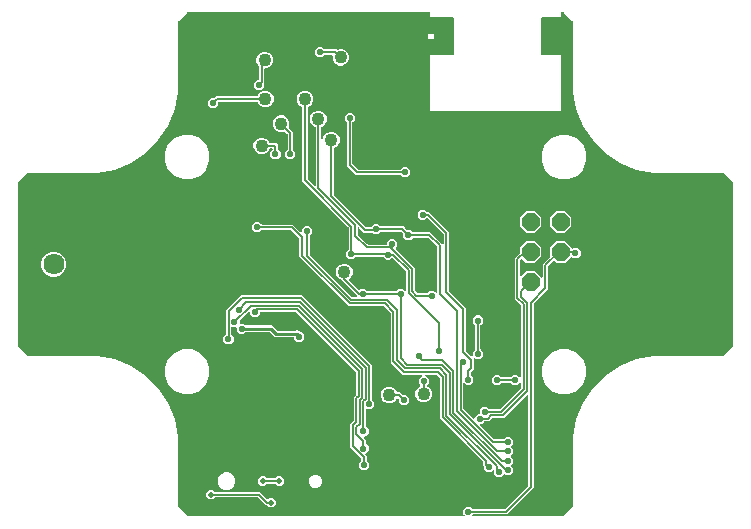
<source format=gbr>
G04 EAGLE Gerber RS-274X export*
G75*
%MOMM*%
%FSLAX34Y34*%
%LPD*%
%INBottom Copper*%
%IPPOS*%
%AMOC8*
5,1,8,0,0,1.08239X$1,22.5*%
G01*
%ADD10C,1.785000*%
%ADD11C,1.100000*%
%ADD12C,1.560000*%
%ADD13P,1.649562X8X292.500000*%
%ADD14C,0.550000*%
%ADD15C,0.500000*%
%ADD16C,0.152400*%
%ADD17C,0.254000*%

G36*
X382125Y3774D02*
X382125Y3774D01*
X382197Y3776D01*
X382245Y3794D01*
X382297Y3802D01*
X382360Y3836D01*
X382428Y3861D01*
X382468Y3893D01*
X382514Y3918D01*
X382564Y3970D01*
X382620Y4014D01*
X382648Y4058D01*
X382684Y4096D01*
X382714Y4161D01*
X382753Y4221D01*
X382765Y4272D01*
X382787Y4319D01*
X382795Y4390D01*
X382813Y4460D01*
X382809Y4512D01*
X382814Y4563D01*
X382799Y4634D01*
X382793Y4705D01*
X382773Y4753D01*
X382762Y4804D01*
X382725Y4865D01*
X382697Y4931D01*
X382652Y4987D01*
X382636Y5015D01*
X382618Y5030D01*
X382592Y5062D01*
X381625Y6029D01*
X381625Y9571D01*
X384129Y12075D01*
X387671Y12075D01*
X389436Y10310D01*
X389510Y10257D01*
X389579Y10197D01*
X389609Y10185D01*
X389635Y10166D01*
X389722Y10139D01*
X389807Y10105D01*
X389848Y10101D01*
X389871Y10094D01*
X389903Y10095D01*
X389974Y10087D01*
X416837Y10087D01*
X416928Y10101D01*
X417018Y10109D01*
X417048Y10121D01*
X417080Y10126D01*
X417161Y10169D01*
X417245Y10205D01*
X417277Y10231D01*
X417298Y10242D01*
X417320Y10265D01*
X417376Y10310D01*
X436286Y29220D01*
X436339Y29294D01*
X436399Y29364D01*
X436411Y29394D01*
X436430Y29420D01*
X436457Y29507D01*
X436491Y29592D01*
X436495Y29633D01*
X436502Y29655D01*
X436501Y29687D01*
X436509Y29759D01*
X436509Y105927D01*
X436498Y105998D01*
X436496Y106069D01*
X436478Y106118D01*
X436470Y106170D01*
X436436Y106233D01*
X436411Y106300D01*
X436379Y106341D01*
X436354Y106387D01*
X436302Y106436D01*
X436258Y106492D01*
X436214Y106521D01*
X436176Y106556D01*
X436111Y106587D01*
X436051Y106625D01*
X436000Y106638D01*
X435953Y106660D01*
X435882Y106668D01*
X435812Y106686D01*
X435760Y106681D01*
X435709Y106687D01*
X435638Y106672D01*
X435567Y106666D01*
X435519Y106646D01*
X435468Y106635D01*
X435407Y106598D01*
X435341Y106570D01*
X435285Y106525D01*
X435257Y106509D01*
X435242Y106491D01*
X435210Y106465D01*
X415910Y87165D01*
X406515Y87165D01*
X406424Y87151D01*
X406334Y87143D01*
X406304Y87131D01*
X406272Y87126D01*
X406191Y87083D01*
X406107Y87047D01*
X406075Y87021D01*
X406054Y87010D01*
X406032Y86987D01*
X405976Y86942D01*
X403247Y84213D01*
X399574Y84213D01*
X399484Y84199D01*
X399393Y84191D01*
X399363Y84179D01*
X399331Y84174D01*
X399251Y84131D01*
X399167Y84095D01*
X399135Y84069D01*
X399114Y84058D01*
X399092Y84035D01*
X399036Y83990D01*
X397271Y82225D01*
X396378Y82225D01*
X396307Y82214D01*
X396236Y82212D01*
X396187Y82194D01*
X396135Y82186D01*
X396072Y82152D01*
X396005Y82127D01*
X395964Y82095D01*
X395918Y82070D01*
X395869Y82018D01*
X395813Y81974D01*
X395784Y81930D01*
X395749Y81892D01*
X395718Y81827D01*
X395680Y81767D01*
X395667Y81716D01*
X395645Y81669D01*
X395637Y81598D01*
X395620Y81528D01*
X395624Y81476D01*
X395618Y81425D01*
X395633Y81354D01*
X395639Y81283D01*
X395659Y81235D01*
X395670Y81184D01*
X395707Y81123D01*
X395735Y81057D01*
X395780Y81001D01*
X395796Y80973D01*
X395814Y80958D01*
X395840Y80926D01*
X407456Y69310D01*
X407530Y69257D01*
X407599Y69197D01*
X407629Y69185D01*
X407656Y69166D01*
X407743Y69139D01*
X407827Y69105D01*
X407868Y69101D01*
X407891Y69094D01*
X407923Y69095D01*
X407994Y69087D01*
X415426Y69087D01*
X415516Y69101D01*
X415607Y69109D01*
X415637Y69121D01*
X415669Y69126D01*
X415749Y69169D01*
X415833Y69205D01*
X415865Y69231D01*
X415886Y69242D01*
X415908Y69265D01*
X415964Y69310D01*
X417729Y71075D01*
X421271Y71075D01*
X423775Y68571D01*
X423775Y65029D01*
X422084Y63338D01*
X422072Y63322D01*
X422056Y63310D01*
X422000Y63222D01*
X421940Y63139D01*
X421934Y63120D01*
X421923Y63103D01*
X421898Y63002D01*
X421868Y62903D01*
X421868Y62884D01*
X421863Y62864D01*
X421871Y62761D01*
X421874Y62658D01*
X421881Y62639D01*
X421883Y62619D01*
X421923Y62524D01*
X421959Y62427D01*
X421971Y62411D01*
X421979Y62393D01*
X422084Y62262D01*
X423775Y60571D01*
X423775Y57029D01*
X422034Y55288D01*
X422022Y55272D01*
X422006Y55260D01*
X421977Y55213D01*
X421959Y55195D01*
X421945Y55166D01*
X421890Y55089D01*
X421884Y55070D01*
X421873Y55053D01*
X421848Y54952D01*
X421818Y54853D01*
X421818Y54834D01*
X421813Y54814D01*
X421821Y54711D01*
X421824Y54608D01*
X421831Y54589D01*
X421833Y54569D01*
X421873Y54474D01*
X421909Y54377D01*
X421921Y54361D01*
X421929Y54343D01*
X422034Y54212D01*
X423775Y52471D01*
X423775Y48929D01*
X422134Y47288D01*
X422122Y47272D01*
X422106Y47260D01*
X422050Y47172D01*
X421990Y47089D01*
X421984Y47070D01*
X421973Y47053D01*
X421948Y46952D01*
X421918Y46853D01*
X421918Y46834D01*
X421913Y46814D01*
X421921Y46711D01*
X421924Y46608D01*
X421931Y46589D01*
X421933Y46569D01*
X421973Y46474D01*
X422009Y46377D01*
X422021Y46361D01*
X422029Y46343D01*
X422134Y46212D01*
X423775Y44571D01*
X423775Y41029D01*
X421271Y38525D01*
X417729Y38525D01*
X416988Y39266D01*
X416972Y39278D01*
X416960Y39294D01*
X416872Y39350D01*
X416789Y39410D01*
X416770Y39416D01*
X416753Y39427D01*
X416652Y39452D01*
X416553Y39482D01*
X416534Y39482D01*
X416514Y39487D01*
X416411Y39479D01*
X416308Y39476D01*
X416289Y39469D01*
X416269Y39467D01*
X416174Y39427D01*
X416077Y39391D01*
X416061Y39379D01*
X416043Y39371D01*
X415912Y39266D01*
X413771Y37125D01*
X410229Y37125D01*
X407725Y39629D01*
X407725Y42058D01*
X407714Y42128D01*
X407712Y42200D01*
X407694Y42249D01*
X407686Y42300D01*
X407652Y42364D01*
X407627Y42431D01*
X407595Y42472D01*
X407570Y42518D01*
X407518Y42567D01*
X407474Y42623D01*
X407430Y42651D01*
X407392Y42687D01*
X407327Y42717D01*
X407267Y42756D01*
X407216Y42769D01*
X407169Y42791D01*
X407098Y42799D01*
X407028Y42816D01*
X406976Y42812D01*
X406925Y42818D01*
X406854Y42802D01*
X406783Y42797D01*
X406735Y42777D01*
X406684Y42765D01*
X406623Y42729D01*
X406557Y42701D01*
X406501Y42656D01*
X406473Y42639D01*
X406458Y42622D01*
X406426Y42596D01*
X404947Y41117D01*
X401405Y41117D01*
X398901Y43621D01*
X398901Y46117D01*
X398887Y46207D01*
X398879Y46298D01*
X398867Y46328D01*
X398862Y46360D01*
X398819Y46440D01*
X398783Y46524D01*
X398757Y46556D01*
X398746Y46577D01*
X398723Y46599D01*
X398713Y46612D01*
X398713Y49716D01*
X398699Y49806D01*
X398691Y49897D01*
X398679Y49927D01*
X398674Y49959D01*
X398631Y50040D01*
X398595Y50124D01*
X398569Y50156D01*
X398558Y50176D01*
X398535Y50199D01*
X398490Y50255D01*
X361817Y86928D01*
X361817Y120712D01*
X361803Y120802D01*
X361795Y120893D01*
X361783Y120923D01*
X361778Y120955D01*
X361735Y121036D01*
X361699Y121120D01*
X361673Y121152D01*
X361662Y121172D01*
X361639Y121195D01*
X361594Y121251D01*
X359251Y123594D01*
X359177Y123647D01*
X359107Y123707D01*
X359077Y123719D01*
X359051Y123738D01*
X358964Y123765D01*
X358879Y123799D01*
X358838Y123803D01*
X358816Y123810D01*
X358784Y123809D01*
X358712Y123817D01*
X350266Y123817D01*
X350195Y123806D01*
X350123Y123804D01*
X350075Y123786D01*
X350023Y123778D01*
X349960Y123744D01*
X349892Y123719D01*
X349852Y123687D01*
X349806Y123662D01*
X349756Y123610D01*
X349700Y123566D01*
X349672Y123522D01*
X349636Y123484D01*
X349606Y123419D01*
X349567Y123359D01*
X349555Y123308D01*
X349533Y123261D01*
X349525Y123190D01*
X349507Y123120D01*
X349511Y123068D01*
X349506Y123017D01*
X349521Y122946D01*
X349527Y122875D01*
X349547Y122827D01*
X349558Y122776D01*
X349595Y122715D01*
X349623Y122649D01*
X349668Y122593D01*
X349684Y122565D01*
X349702Y122550D01*
X349728Y122518D01*
X352275Y119971D01*
X352275Y116429D01*
X350820Y114975D01*
X350793Y114937D01*
X350759Y114906D01*
X350722Y114838D01*
X350677Y114775D01*
X350663Y114731D01*
X350641Y114691D01*
X350627Y114614D01*
X350604Y114540D01*
X350605Y114494D01*
X350597Y114449D01*
X350609Y114372D01*
X350611Y114294D01*
X350626Y114251D01*
X350633Y114205D01*
X350668Y114136D01*
X350695Y114063D01*
X350724Y114027D01*
X350745Y113986D01*
X350800Y113932D01*
X350849Y113871D01*
X350887Y113846D01*
X350920Y113814D01*
X351040Y113748D01*
X351056Y113738D01*
X351060Y113737D01*
X351067Y113733D01*
X351979Y113355D01*
X353955Y111379D01*
X355025Y108797D01*
X355025Y106003D01*
X353955Y103421D01*
X351979Y101445D01*
X349397Y100375D01*
X346603Y100375D01*
X344021Y101445D01*
X342045Y103421D01*
X340975Y106003D01*
X340975Y108797D01*
X342045Y111379D01*
X344021Y113355D01*
X344933Y113733D01*
X344972Y113757D01*
X345015Y113773D01*
X345076Y113822D01*
X345142Y113863D01*
X345171Y113898D01*
X345207Y113927D01*
X345249Y113992D01*
X345299Y114052D01*
X345315Y114095D01*
X345340Y114134D01*
X345359Y114209D01*
X345387Y114282D01*
X345389Y114328D01*
X345400Y114372D01*
X345394Y114450D01*
X345397Y114528D01*
X345385Y114572D01*
X345381Y114617D01*
X345351Y114689D01*
X345329Y114764D01*
X345303Y114802D01*
X345285Y114844D01*
X345199Y114950D01*
X345189Y114966D01*
X345185Y114969D01*
X345180Y114975D01*
X343725Y116429D01*
X343725Y119971D01*
X346272Y122518D01*
X346314Y122576D01*
X346364Y122628D01*
X346386Y122675D01*
X346416Y122717D01*
X346437Y122786D01*
X346467Y122851D01*
X346473Y122903D01*
X346488Y122953D01*
X346486Y123024D01*
X346494Y123095D01*
X346483Y123146D01*
X346482Y123198D01*
X346457Y123266D01*
X346442Y123336D01*
X346415Y123381D01*
X346397Y123429D01*
X346353Y123485D01*
X346316Y123547D01*
X346276Y123581D01*
X346244Y123621D01*
X346183Y123660D01*
X346129Y123707D01*
X346081Y123726D01*
X346037Y123754D01*
X345967Y123772D01*
X345901Y123799D01*
X345829Y123807D01*
X345798Y123815D01*
X345775Y123813D01*
X345734Y123817D01*
X330428Y123817D01*
X320217Y134028D01*
X320217Y175775D01*
X320203Y175865D01*
X320195Y175956D01*
X320183Y175986D01*
X320178Y176018D01*
X320135Y176098D01*
X320099Y176182D01*
X320073Y176214D01*
X320062Y176235D01*
X320039Y176257D01*
X319994Y176313D01*
X314801Y181506D01*
X314727Y181559D01*
X314658Y181619D01*
X314628Y181631D01*
X314601Y181650D01*
X314515Y181677D01*
X314430Y181711D01*
X314389Y181715D01*
X314366Y181722D01*
X314334Y181721D01*
X314263Y181729D01*
X284526Y181729D01*
X242765Y223490D01*
X242765Y238637D01*
X242751Y238728D01*
X242743Y238818D01*
X242731Y238848D01*
X242726Y238880D01*
X242683Y238961D01*
X242647Y239045D01*
X242621Y239077D01*
X242610Y239098D01*
X242587Y239120D01*
X242542Y239176D01*
X235628Y246090D01*
X235554Y246143D01*
X235484Y246203D01*
X235454Y246215D01*
X235428Y246234D01*
X235341Y246261D01*
X235256Y246295D01*
X235215Y246299D01*
X235193Y246306D01*
X235161Y246305D01*
X235089Y246313D01*
X211174Y246313D01*
X211084Y246299D01*
X210993Y246291D01*
X210963Y246279D01*
X210931Y246274D01*
X210851Y246231D01*
X210767Y246195D01*
X210735Y246169D01*
X210714Y246158D01*
X210692Y246135D01*
X210636Y246090D01*
X208871Y244325D01*
X205329Y244325D01*
X202825Y246829D01*
X202825Y250371D01*
X205329Y252875D01*
X208871Y252875D01*
X210636Y251110D01*
X210710Y251057D01*
X210779Y250997D01*
X210809Y250985D01*
X210835Y250966D01*
X210922Y250939D01*
X211007Y250905D01*
X211048Y250901D01*
X211071Y250894D01*
X211103Y250895D01*
X211174Y250887D01*
X237299Y250887D01*
X243726Y244460D01*
X243784Y244418D01*
X243836Y244369D01*
X243883Y244347D01*
X243925Y244317D01*
X243994Y244296D01*
X244059Y244265D01*
X244111Y244260D01*
X244161Y244244D01*
X244232Y244246D01*
X244303Y244238D01*
X244354Y244249D01*
X244406Y244251D01*
X244474Y244275D01*
X244544Y244290D01*
X244589Y244317D01*
X244637Y244335D01*
X244693Y244380D01*
X244755Y244417D01*
X244789Y244456D01*
X244829Y244489D01*
X244868Y244549D01*
X244915Y244604D01*
X244934Y244652D01*
X244962Y244696D01*
X244980Y244765D01*
X245007Y244832D01*
X245015Y244903D01*
X245023Y244934D01*
X245021Y244958D01*
X245025Y244998D01*
X245025Y247471D01*
X247529Y249975D01*
X251071Y249975D01*
X253575Y247471D01*
X253575Y243929D01*
X251810Y242164D01*
X251757Y242090D01*
X251697Y242021D01*
X251685Y241991D01*
X251666Y241965D01*
X251639Y241878D01*
X251605Y241793D01*
X251601Y241752D01*
X251594Y241729D01*
X251595Y241697D01*
X251587Y241626D01*
X251587Y225763D01*
X251601Y225672D01*
X251609Y225582D01*
X251621Y225552D01*
X251626Y225520D01*
X251669Y225439D01*
X251705Y225355D01*
X251731Y225323D01*
X251742Y225302D01*
X251765Y225280D01*
X251810Y225224D01*
X287460Y189574D01*
X287534Y189521D01*
X287604Y189461D01*
X287634Y189449D01*
X287660Y189430D01*
X287747Y189403D01*
X287832Y189369D01*
X287873Y189365D01*
X287895Y189358D01*
X287927Y189359D01*
X287999Y189351D01*
X291078Y189351D01*
X291148Y189362D01*
X291220Y189364D01*
X291269Y189382D01*
X291320Y189390D01*
X291384Y189424D01*
X291451Y189449D01*
X291492Y189481D01*
X291538Y189506D01*
X291587Y189558D01*
X291643Y189602D01*
X291671Y189646D01*
X291707Y189684D01*
X291737Y189749D01*
X291776Y189809D01*
X291789Y189860D01*
X291811Y189907D01*
X291819Y189978D01*
X291836Y190048D01*
X291832Y190100D01*
X291838Y190151D01*
X291823Y190222D01*
X291817Y190293D01*
X291797Y190341D01*
X291786Y190392D01*
X291749Y190453D01*
X291721Y190519D01*
X291676Y190575D01*
X291659Y190603D01*
X291642Y190618D01*
X291616Y190650D01*
X280276Y201990D01*
X278713Y203553D01*
X278713Y203635D01*
X278695Y203749D01*
X278677Y203866D01*
X278675Y203872D01*
X278674Y203878D01*
X278619Y203980D01*
X278566Y204085D01*
X278561Y204090D01*
X278558Y204095D01*
X278474Y204175D01*
X278390Y204257D01*
X278384Y204261D01*
X278380Y204265D01*
X278363Y204272D01*
X278243Y204338D01*
X277021Y204845D01*
X275045Y206821D01*
X273975Y209403D01*
X273975Y212197D01*
X275045Y214779D01*
X277021Y216755D01*
X279603Y217825D01*
X282397Y217825D01*
X284979Y216755D01*
X286955Y214779D01*
X288025Y212197D01*
X288025Y209403D01*
X286955Y206821D01*
X284972Y204838D01*
X284961Y204822D01*
X284945Y204809D01*
X284889Y204722D01*
X284829Y204638D01*
X284823Y204619D01*
X284812Y204602D01*
X284787Y204502D01*
X284757Y204403D01*
X284757Y204383D01*
X284752Y204364D01*
X284760Y204261D01*
X284763Y204157D01*
X284770Y204139D01*
X284771Y204119D01*
X284812Y204024D01*
X284847Y203926D01*
X284860Y203911D01*
X284868Y203892D01*
X284972Y203761D01*
X292906Y195828D01*
X292922Y195816D01*
X292935Y195801D01*
X293022Y195745D01*
X293106Y195684D01*
X293125Y195679D01*
X293142Y195668D01*
X293242Y195642D01*
X293341Y195612D01*
X293361Y195613D01*
X293380Y195608D01*
X293483Y195616D01*
X293587Y195618D01*
X293605Y195625D01*
X293625Y195627D01*
X293720Y195667D01*
X293818Y195703D01*
X293833Y195715D01*
X293852Y195723D01*
X293983Y195828D01*
X294529Y196375D01*
X298071Y196375D01*
X299936Y194510D01*
X300010Y194457D01*
X300079Y194397D01*
X300109Y194385D01*
X300135Y194366D01*
X300222Y194339D01*
X300307Y194305D01*
X300348Y194301D01*
X300371Y194294D01*
X300403Y194295D01*
X300474Y194287D01*
X324526Y194287D01*
X324616Y194301D01*
X324707Y194309D01*
X324737Y194321D01*
X324769Y194326D01*
X324849Y194369D01*
X324933Y194405D01*
X324965Y194431D01*
X324986Y194442D01*
X325008Y194465D01*
X325064Y194510D01*
X326829Y196275D01*
X330371Y196275D01*
X331666Y194980D01*
X331724Y194938D01*
X331776Y194888D01*
X331823Y194866D01*
X331865Y194836D01*
X331934Y194815D01*
X331999Y194785D01*
X332051Y194779D01*
X332101Y194764D01*
X332172Y194766D01*
X332243Y194758D01*
X332294Y194769D01*
X332346Y194770D01*
X332414Y194795D01*
X332484Y194810D01*
X332529Y194837D01*
X332577Y194855D01*
X332633Y194899D01*
X332695Y194936D01*
X332729Y194976D01*
X332769Y195008D01*
X332808Y195069D01*
X332855Y195123D01*
X332874Y195171D01*
X332902Y195215D01*
X332920Y195285D01*
X332947Y195351D01*
X332955Y195423D01*
X332963Y195454D01*
X332961Y195477D01*
X332965Y195518D01*
X332965Y210775D01*
X332951Y210865D01*
X332943Y210956D01*
X332931Y210986D01*
X332926Y211018D01*
X332883Y211098D01*
X332847Y211182D01*
X332821Y211214D01*
X332810Y211235D01*
X332787Y211257D01*
X332742Y211313D01*
X321889Y222167D01*
X321873Y222178D01*
X321860Y222194D01*
X321773Y222250D01*
X321689Y222310D01*
X321670Y222316D01*
X321653Y222327D01*
X321553Y222352D01*
X321454Y222383D01*
X321434Y222382D01*
X321415Y222387D01*
X321312Y222379D01*
X321208Y222376D01*
X321189Y222369D01*
X321169Y222368D01*
X321075Y222328D01*
X320977Y222292D01*
X320961Y222279D01*
X320943Y222272D01*
X320812Y222167D01*
X319771Y221125D01*
X316229Y221125D01*
X314264Y223090D01*
X314190Y223143D01*
X314121Y223203D01*
X314091Y223215D01*
X314065Y223234D01*
X313978Y223261D01*
X313893Y223295D01*
X313852Y223299D01*
X313829Y223306D01*
X313797Y223305D01*
X313726Y223313D01*
X290974Y223313D01*
X290884Y223299D01*
X290793Y223291D01*
X290763Y223279D01*
X290731Y223274D01*
X290651Y223231D01*
X290567Y223195D01*
X290535Y223169D01*
X290514Y223158D01*
X290492Y223135D01*
X290436Y223090D01*
X288671Y221325D01*
X285129Y221325D01*
X282625Y223829D01*
X282625Y227371D01*
X284390Y229136D01*
X284443Y229210D01*
X284503Y229279D01*
X284515Y229309D01*
X284534Y229335D01*
X284561Y229422D01*
X284595Y229507D01*
X284599Y229548D01*
X284606Y229571D01*
X284605Y229603D01*
X284613Y229674D01*
X284613Y247937D01*
X284599Y248028D01*
X284591Y248118D01*
X284579Y248148D01*
X284574Y248180D01*
X284531Y248261D01*
X284495Y248345D01*
X284469Y248377D01*
X284458Y248398D01*
X284435Y248420D01*
X284390Y248476D01*
X246876Y285990D01*
X245313Y287553D01*
X245313Y349935D01*
X245295Y350049D01*
X245277Y350166D01*
X245275Y350172D01*
X245274Y350178D01*
X245219Y350280D01*
X245166Y350385D01*
X245161Y350390D01*
X245158Y350395D01*
X245074Y350475D01*
X244990Y350557D01*
X244984Y350561D01*
X244980Y350565D01*
X244963Y350572D01*
X244843Y350638D01*
X243621Y351145D01*
X241645Y353121D01*
X240575Y355703D01*
X240575Y358497D01*
X241645Y361079D01*
X243621Y363055D01*
X246203Y364125D01*
X248997Y364125D01*
X251579Y363055D01*
X253555Y361079D01*
X254625Y358497D01*
X254625Y355703D01*
X253555Y353121D01*
X251579Y351145D01*
X250357Y350638D01*
X250257Y350576D01*
X250157Y350517D01*
X250153Y350512D01*
X250148Y350509D01*
X250073Y350418D01*
X249997Y350330D01*
X249995Y350324D01*
X249991Y350319D01*
X249949Y350211D01*
X249905Y350102D01*
X249904Y350094D01*
X249903Y350090D01*
X249902Y350071D01*
X249887Y349935D01*
X249887Y289762D01*
X249901Y289672D01*
X249909Y289581D01*
X249921Y289552D01*
X249926Y289520D01*
X249969Y289439D01*
X250005Y289355D01*
X250031Y289323D01*
X250042Y289302D01*
X250065Y289280D01*
X250110Y289224D01*
X255414Y283920D01*
X255472Y283878D01*
X255524Y283829D01*
X255571Y283807D01*
X255613Y283777D01*
X255682Y283756D01*
X255747Y283725D01*
X255799Y283720D01*
X255849Y283704D01*
X255920Y283706D01*
X255991Y283698D01*
X256042Y283709D01*
X256094Y283711D01*
X256162Y283735D01*
X256232Y283750D01*
X256276Y283777D01*
X256325Y283795D01*
X256381Y283840D01*
X256443Y283877D01*
X256477Y283916D01*
X256517Y283949D01*
X256556Y284009D01*
X256603Y284064D01*
X256622Y284112D01*
X256650Y284156D01*
X256668Y284225D01*
X256695Y284292D01*
X256703Y284363D01*
X256711Y284394D01*
X256709Y284418D01*
X256713Y284458D01*
X256713Y333135D01*
X256695Y333249D01*
X256677Y333366D01*
X256675Y333372D01*
X256674Y333378D01*
X256619Y333480D01*
X256566Y333585D01*
X256561Y333590D01*
X256558Y333595D01*
X256474Y333675D01*
X256390Y333757D01*
X256384Y333761D01*
X256380Y333765D01*
X256363Y333772D01*
X256243Y333838D01*
X255021Y334345D01*
X253045Y336321D01*
X251975Y338903D01*
X251975Y341697D01*
X253045Y344279D01*
X255021Y346255D01*
X257603Y347325D01*
X260397Y347325D01*
X262979Y346255D01*
X264955Y344279D01*
X266025Y341697D01*
X266025Y338903D01*
X264955Y336321D01*
X262979Y334345D01*
X261757Y333838D01*
X261657Y333776D01*
X261557Y333717D01*
X261553Y333712D01*
X261548Y333709D01*
X261473Y333618D01*
X261397Y333530D01*
X261395Y333524D01*
X261391Y333519D01*
X261349Y333411D01*
X261305Y333302D01*
X261304Y333294D01*
X261303Y333290D01*
X261302Y333271D01*
X261287Y333135D01*
X261287Y324031D01*
X261302Y323935D01*
X261312Y323838D01*
X261322Y323814D01*
X261326Y323788D01*
X261372Y323702D01*
X261412Y323613D01*
X261429Y323594D01*
X261442Y323571D01*
X261512Y323503D01*
X261578Y323432D01*
X261601Y323419D01*
X261620Y323401D01*
X261708Y323360D01*
X261794Y323313D01*
X261819Y323309D01*
X261843Y323298D01*
X261940Y323287D01*
X262036Y323270D01*
X262062Y323273D01*
X262087Y323270D01*
X262183Y323291D01*
X262279Y323305D01*
X262302Y323317D01*
X262328Y323323D01*
X262411Y323373D01*
X262498Y323417D01*
X262517Y323436D01*
X262539Y323449D01*
X262602Y323523D01*
X262670Y323592D01*
X262686Y323621D01*
X262699Y323636D01*
X262711Y323666D01*
X262751Y323739D01*
X263845Y326379D01*
X265821Y328355D01*
X268403Y329425D01*
X271197Y329425D01*
X273779Y328355D01*
X275755Y326379D01*
X276825Y323797D01*
X276825Y321003D01*
X275755Y318421D01*
X273779Y316445D01*
X272557Y315938D01*
X272457Y315876D01*
X272357Y315817D01*
X272353Y315812D01*
X272348Y315809D01*
X272273Y315718D01*
X272197Y315630D01*
X272195Y315624D01*
X272191Y315619D01*
X272149Y315511D01*
X272105Y315402D01*
X272104Y315394D01*
X272103Y315390D01*
X272102Y315371D01*
X272087Y315235D01*
X272087Y276563D01*
X272101Y276472D01*
X272109Y276382D01*
X272121Y276352D01*
X272126Y276320D01*
X272169Y276239D01*
X272205Y276155D01*
X272231Y276123D01*
X272242Y276102D01*
X272265Y276080D01*
X272310Y276024D01*
X299424Y248910D01*
X299498Y248857D01*
X299568Y248797D01*
X299598Y248785D01*
X299624Y248766D01*
X299711Y248739D01*
X299796Y248705D01*
X299837Y248701D01*
X299859Y248694D01*
X299891Y248695D01*
X299963Y248687D01*
X303126Y248687D01*
X303216Y248701D01*
X303307Y248709D01*
X303337Y248721D01*
X303369Y248726D01*
X303449Y248769D01*
X303533Y248805D01*
X303566Y248831D01*
X303586Y248842D01*
X303608Y248865D01*
X303664Y248910D01*
X306129Y251375D01*
X309671Y251375D01*
X311436Y249610D01*
X311510Y249557D01*
X311579Y249497D01*
X311609Y249485D01*
X311635Y249466D01*
X311722Y249439D01*
X311807Y249405D01*
X311848Y249401D01*
X311871Y249394D01*
X311903Y249395D01*
X311974Y249387D01*
X331047Y249387D01*
X332610Y247824D01*
X333936Y246498D01*
X334010Y246445D01*
X334080Y246385D01*
X334110Y246373D01*
X334136Y246354D01*
X334223Y246327D01*
X334308Y246293D01*
X334349Y246289D01*
X334371Y246282D01*
X334403Y246283D01*
X334474Y246275D01*
X336971Y246275D01*
X338736Y244510D01*
X338810Y244457D01*
X338879Y244397D01*
X338909Y244385D01*
X338935Y244366D01*
X339022Y244339D01*
X339107Y244305D01*
X339148Y244301D01*
X339171Y244294D01*
X339203Y244295D01*
X339274Y244287D01*
X353747Y244287D01*
X355310Y242724D01*
X363814Y234220D01*
X363872Y234178D01*
X363924Y234129D01*
X363971Y234107D01*
X364013Y234077D01*
X364082Y234056D01*
X364147Y234025D01*
X364199Y234020D01*
X364249Y234004D01*
X364320Y234006D01*
X364391Y233998D01*
X364442Y234009D01*
X364494Y234011D01*
X364562Y234035D01*
X364632Y234050D01*
X364677Y234077D01*
X364725Y234095D01*
X364781Y234140D01*
X364843Y234177D01*
X364877Y234216D01*
X364917Y234249D01*
X364956Y234309D01*
X365003Y234364D01*
X365022Y234412D01*
X365050Y234456D01*
X365068Y234525D01*
X365095Y234592D01*
X365103Y234663D01*
X365111Y234694D01*
X365109Y234718D01*
X365113Y234758D01*
X365113Y242237D01*
X365099Y242328D01*
X365091Y242418D01*
X365079Y242448D01*
X365074Y242480D01*
X365031Y242561D01*
X364995Y242645D01*
X364969Y242677D01*
X364958Y242698D01*
X364935Y242720D01*
X364890Y242776D01*
X351344Y256322D01*
X351328Y256334D01*
X351315Y256349D01*
X351228Y256405D01*
X351144Y256466D01*
X351125Y256471D01*
X351108Y256482D01*
X351008Y256508D01*
X350909Y256538D01*
X350889Y256537D01*
X350870Y256542D01*
X350767Y256534D01*
X350663Y256532D01*
X350645Y256525D01*
X350625Y256523D01*
X350530Y256483D01*
X350432Y256447D01*
X350417Y256435D01*
X350398Y256427D01*
X350267Y256322D01*
X348971Y255025D01*
X345429Y255025D01*
X342925Y257529D01*
X342925Y261071D01*
X345429Y263575D01*
X348971Y263575D01*
X350736Y261810D01*
X350810Y261757D01*
X350879Y261697D01*
X350909Y261685D01*
X350935Y261666D01*
X351022Y261639D01*
X351107Y261605D01*
X351148Y261601D01*
X351171Y261594D01*
X351203Y261595D01*
X351274Y261587D01*
X352547Y261587D01*
X369687Y244447D01*
X369687Y194663D01*
X369701Y194572D01*
X369709Y194482D01*
X369721Y194452D01*
X369726Y194420D01*
X369769Y194339D01*
X369805Y194255D01*
X369831Y194223D01*
X369842Y194202D01*
X369865Y194180D01*
X369910Y194124D01*
X383987Y180047D01*
X383987Y144462D01*
X384001Y144372D01*
X384009Y144281D01*
X384021Y144252D01*
X384026Y144220D01*
X384069Y144139D01*
X384105Y144055D01*
X384131Y144023D01*
X384142Y144002D01*
X384165Y143980D01*
X384210Y143924D01*
X388340Y139794D01*
X388398Y139752D01*
X388450Y139703D01*
X388497Y139681D01*
X388539Y139651D01*
X388608Y139630D01*
X388673Y139599D01*
X388725Y139594D01*
X388775Y139578D01*
X388846Y139580D01*
X388917Y139572D01*
X388968Y139583D01*
X389020Y139585D01*
X389088Y139609D01*
X389158Y139624D01*
X389202Y139651D01*
X389251Y139669D01*
X389307Y139714D01*
X389369Y139751D01*
X389403Y139790D01*
X389443Y139823D01*
X389482Y139883D01*
X389529Y139938D01*
X389548Y139986D01*
X389576Y140030D01*
X389594Y140099D01*
X389621Y140166D01*
X389629Y140237D01*
X389637Y140268D01*
X389635Y140292D01*
X389639Y140332D01*
X389639Y143257D01*
X391404Y145022D01*
X391457Y145096D01*
X391517Y145165D01*
X391529Y145195D01*
X391548Y145221D01*
X391575Y145308D01*
X391609Y145393D01*
X391613Y145434D01*
X391620Y145457D01*
X391619Y145489D01*
X391627Y145560D01*
X391627Y165612D01*
X391613Y165702D01*
X391605Y165793D01*
X391593Y165823D01*
X391588Y165855D01*
X391545Y165935D01*
X391509Y166019D01*
X391483Y166051D01*
X391472Y166072D01*
X391449Y166094D01*
X391404Y166150D01*
X389725Y167829D01*
X389725Y171371D01*
X392229Y173875D01*
X395771Y173875D01*
X398275Y171371D01*
X398275Y167829D01*
X396424Y165978D01*
X396371Y165904D01*
X396311Y165835D01*
X396299Y165805D01*
X396280Y165779D01*
X396253Y165692D01*
X396219Y165607D01*
X396215Y165566D01*
X396208Y165543D01*
X396209Y165511D01*
X396201Y165440D01*
X396201Y145560D01*
X396215Y145470D01*
X396223Y145379D01*
X396235Y145349D01*
X396240Y145317D01*
X396283Y145237D01*
X396319Y145153D01*
X396345Y145121D01*
X396356Y145100D01*
X396379Y145078D01*
X396424Y145022D01*
X398189Y143257D01*
X398189Y139715D01*
X395685Y137211D01*
X392143Y137211D01*
X391986Y137368D01*
X391928Y137410D01*
X391876Y137460D01*
X391829Y137482D01*
X391787Y137512D01*
X391718Y137533D01*
X391653Y137563D01*
X391601Y137569D01*
X391551Y137584D01*
X391480Y137582D01*
X391409Y137590D01*
X391358Y137579D01*
X391306Y137578D01*
X391238Y137553D01*
X391168Y137538D01*
X391123Y137511D01*
X391075Y137493D01*
X391019Y137449D01*
X390957Y137412D01*
X390923Y137372D01*
X390883Y137340D01*
X390844Y137280D01*
X390797Y137225D01*
X390778Y137177D01*
X390750Y137133D01*
X390732Y137063D01*
X390705Y136997D01*
X390697Y136925D01*
X390689Y136894D01*
X390691Y136871D01*
X390687Y136830D01*
X390687Y128153D01*
X388410Y125876D01*
X388357Y125802D01*
X388297Y125732D01*
X388285Y125702D01*
X388266Y125676D01*
X388239Y125589D01*
X388205Y125504D01*
X388201Y125463D01*
X388194Y125441D01*
X388195Y125409D01*
X388187Y125337D01*
X388187Y123674D01*
X388201Y123584D01*
X388209Y123493D01*
X388221Y123463D01*
X388226Y123431D01*
X388269Y123351D01*
X388305Y123267D01*
X388331Y123235D01*
X388342Y123214D01*
X388365Y123192D01*
X388410Y123136D01*
X390175Y121371D01*
X390175Y117829D01*
X387671Y115325D01*
X384129Y115325D01*
X382930Y116524D01*
X382872Y116566D01*
X382820Y116616D01*
X382773Y116638D01*
X382731Y116668D01*
X382662Y116689D01*
X382597Y116719D01*
X382545Y116725D01*
X382495Y116740D01*
X382424Y116738D01*
X382353Y116746D01*
X382302Y116735D01*
X382250Y116734D01*
X382182Y116709D01*
X382112Y116694D01*
X382067Y116667D01*
X382019Y116649D01*
X381963Y116605D01*
X381901Y116568D01*
X381867Y116528D01*
X381827Y116496D01*
X381788Y116435D01*
X381741Y116381D01*
X381722Y116333D01*
X381694Y116289D01*
X381676Y116219D01*
X381649Y116153D01*
X381641Y116081D01*
X381633Y116050D01*
X381635Y116027D01*
X381631Y115986D01*
X381631Y95450D01*
X381645Y95360D01*
X381653Y95269D01*
X381665Y95239D01*
X381670Y95207D01*
X381713Y95127D01*
X381749Y95043D01*
X381775Y95011D01*
X381786Y94990D01*
X381809Y94968D01*
X381854Y94912D01*
X389926Y86840D01*
X389984Y86798D01*
X390036Y86749D01*
X390083Y86727D01*
X390125Y86696D01*
X390194Y86675D01*
X390259Y86645D01*
X390311Y86639D01*
X390361Y86624D01*
X390432Y86626D01*
X390503Y86618D01*
X390554Y86629D01*
X390606Y86630D01*
X390674Y86655D01*
X390744Y86670D01*
X390789Y86697D01*
X390837Y86715D01*
X390893Y86760D01*
X390955Y86796D01*
X390989Y86836D01*
X391029Y86868D01*
X391068Y86929D01*
X391115Y86983D01*
X391134Y87032D01*
X391162Y87075D01*
X391180Y87145D01*
X391207Y87211D01*
X391215Y87283D01*
X391223Y87314D01*
X391221Y87337D01*
X391225Y87378D01*
X391225Y88271D01*
X393729Y90775D01*
X395064Y90775D01*
X395084Y90778D01*
X395103Y90776D01*
X395205Y90798D01*
X395307Y90814D01*
X395324Y90824D01*
X395344Y90828D01*
X395433Y90881D01*
X395524Y90930D01*
X395538Y90944D01*
X395555Y90954D01*
X395622Y91033D01*
X395694Y91108D01*
X395702Y91126D01*
X395715Y91141D01*
X395754Y91237D01*
X395797Y91331D01*
X395799Y91351D01*
X395807Y91369D01*
X395825Y91536D01*
X395825Y94271D01*
X398329Y96775D01*
X401871Y96775D01*
X403636Y95010D01*
X403710Y94957D01*
X403779Y94897D01*
X403809Y94885D01*
X403835Y94866D01*
X403922Y94839D01*
X404007Y94805D01*
X404048Y94801D01*
X404071Y94794D01*
X404103Y94795D01*
X404174Y94787D01*
X412437Y94787D01*
X412528Y94801D01*
X412618Y94809D01*
X412648Y94821D01*
X412680Y94826D01*
X412761Y94869D01*
X412845Y94905D01*
X412877Y94931D01*
X412898Y94942D01*
X412920Y94965D01*
X412976Y95010D01*
X430190Y112224D01*
X430243Y112298D01*
X430303Y112368D01*
X430315Y112398D01*
X430334Y112424D01*
X430361Y112511D01*
X430395Y112596D01*
X430399Y112637D01*
X430406Y112659D01*
X430405Y112691D01*
X430413Y112763D01*
X430413Y116330D01*
X430402Y116401D01*
X430400Y116473D01*
X430382Y116521D01*
X430374Y116573D01*
X430340Y116636D01*
X430315Y116704D01*
X430283Y116744D01*
X430258Y116790D01*
X430206Y116840D01*
X430162Y116896D01*
X430118Y116924D01*
X430080Y116960D01*
X430015Y116990D01*
X429955Y117029D01*
X429904Y117041D01*
X429857Y117063D01*
X429786Y117071D01*
X429716Y117089D01*
X429664Y117085D01*
X429613Y117090D01*
X429542Y117075D01*
X429471Y117069D01*
X429423Y117049D01*
X429372Y117038D01*
X429311Y117001D01*
X429245Y116973D01*
X429189Y116928D01*
X429161Y116912D01*
X429146Y116894D01*
X429114Y116868D01*
X427471Y115225D01*
X423929Y115225D01*
X422264Y116890D01*
X422190Y116943D01*
X422121Y117003D01*
X422091Y117015D01*
X422065Y117034D01*
X421978Y117061D01*
X421893Y117095D01*
X421852Y117099D01*
X421829Y117106D01*
X421797Y117105D01*
X421726Y117113D01*
X414074Y117113D01*
X413984Y117099D01*
X413893Y117091D01*
X413863Y117079D01*
X413831Y117074D01*
X413751Y117031D01*
X413667Y116995D01*
X413635Y116969D01*
X413614Y116958D01*
X413592Y116935D01*
X413536Y116890D01*
X411771Y115125D01*
X408229Y115125D01*
X405725Y117629D01*
X405725Y121171D01*
X408229Y123675D01*
X411771Y123675D01*
X413536Y121910D01*
X413610Y121857D01*
X413679Y121797D01*
X413709Y121785D01*
X413735Y121766D01*
X413822Y121739D01*
X413907Y121705D01*
X413948Y121701D01*
X413971Y121694D01*
X414003Y121695D01*
X414074Y121687D01*
X421526Y121687D01*
X421616Y121701D01*
X421707Y121709D01*
X421737Y121721D01*
X421769Y121726D01*
X421849Y121769D01*
X421933Y121805D01*
X421965Y121831D01*
X421986Y121842D01*
X422008Y121865D01*
X422064Y121910D01*
X423929Y123775D01*
X427471Y123775D01*
X429114Y122132D01*
X429172Y122090D01*
X429224Y122040D01*
X429271Y122018D01*
X429313Y121988D01*
X429382Y121967D01*
X429447Y121937D01*
X429499Y121931D01*
X429549Y121916D01*
X429620Y121918D01*
X429691Y121910D01*
X429742Y121921D01*
X429794Y121922D01*
X429862Y121947D01*
X429932Y121962D01*
X429977Y121989D01*
X430025Y122007D01*
X430081Y122051D01*
X430143Y122088D01*
X430177Y122128D01*
X430217Y122160D01*
X430256Y122221D01*
X430303Y122275D01*
X430322Y122323D01*
X430350Y122367D01*
X430368Y122437D01*
X430395Y122503D01*
X430403Y122575D01*
X430411Y122606D01*
X430409Y122629D01*
X430413Y122670D01*
X430413Y181937D01*
X430399Y182028D01*
X430391Y182118D01*
X430379Y182148D01*
X430374Y182180D01*
X430331Y182261D01*
X430295Y182345D01*
X430269Y182377D01*
X430258Y182398D01*
X430235Y182420D01*
X430190Y182476D01*
X425213Y187453D01*
X425213Y222647D01*
X429232Y226666D01*
X429285Y226740D01*
X429345Y226810D01*
X429357Y226840D01*
X429376Y226866D01*
X429403Y226953D01*
X429437Y227038D01*
X429441Y227079D01*
X429448Y227101D01*
X429447Y227133D01*
X429455Y227205D01*
X429455Y231388D01*
X434812Y236745D01*
X442388Y236745D01*
X447745Y231388D01*
X447745Y223812D01*
X442388Y218455D01*
X434812Y218455D01*
X431689Y221578D01*
X431673Y221590D01*
X431660Y221606D01*
X431573Y221662D01*
X431489Y221722D01*
X431470Y221728D01*
X431453Y221739D01*
X431353Y221764D01*
X431254Y221794D01*
X431234Y221794D01*
X431215Y221799D01*
X431112Y221791D01*
X431008Y221788D01*
X430990Y221781D01*
X430970Y221780D01*
X430875Y221739D01*
X430777Y221704D01*
X430762Y221691D01*
X430743Y221683D01*
X430612Y221578D01*
X430010Y220976D01*
X429956Y220902D01*
X429897Y220832D01*
X429885Y220802D01*
X429866Y220776D01*
X429839Y220689D01*
X429805Y220604D01*
X429801Y220563D01*
X429794Y220541D01*
X429795Y220509D01*
X429787Y220437D01*
X429787Y208157D01*
X429798Y208086D01*
X429800Y208015D01*
X429818Y207966D01*
X429826Y207914D01*
X429860Y207851D01*
X429885Y207784D01*
X429917Y207743D01*
X429942Y207697D01*
X429994Y207648D01*
X430038Y207592D01*
X430082Y207563D01*
X430120Y207528D01*
X430185Y207497D01*
X430245Y207459D01*
X430296Y207446D01*
X430343Y207424D01*
X430414Y207416D01*
X430484Y207399D01*
X430536Y207403D01*
X430587Y207397D01*
X430658Y207412D01*
X430729Y207418D01*
X430777Y207438D01*
X430828Y207449D01*
X430889Y207486D01*
X430955Y207514D01*
X431011Y207559D01*
X431039Y207575D01*
X431054Y207593D01*
X431086Y207619D01*
X434812Y211345D01*
X442388Y211345D01*
X447614Y206119D01*
X447672Y206077D01*
X447724Y206028D01*
X447771Y206006D01*
X447813Y205975D01*
X447882Y205954D01*
X447947Y205924D01*
X447999Y205918D01*
X448049Y205903D01*
X448120Y205905D01*
X448191Y205897D01*
X448242Y205908D01*
X448294Y205909D01*
X448362Y205934D01*
X448432Y205949D01*
X448477Y205976D01*
X448525Y205994D01*
X448581Y206039D01*
X448643Y206075D01*
X448677Y206115D01*
X448717Y206147D01*
X448756Y206208D01*
X448803Y206262D01*
X448822Y206311D01*
X448850Y206354D01*
X448868Y206424D01*
X448895Y206490D01*
X448903Y206562D01*
X448911Y206593D01*
X448909Y206616D01*
X448913Y206657D01*
X448913Y217247D01*
X454632Y222966D01*
X454685Y223040D01*
X454745Y223110D01*
X454757Y223140D01*
X454776Y223166D01*
X454803Y223253D01*
X454837Y223338D01*
X454841Y223379D01*
X454848Y223401D01*
X454847Y223433D01*
X454855Y223505D01*
X454855Y231388D01*
X460212Y236745D01*
X467788Y236745D01*
X473145Y231388D01*
X473145Y231028D01*
X473156Y230957D01*
X473158Y230885D01*
X473176Y230837D01*
X473184Y230785D01*
X473218Y230722D01*
X473243Y230654D01*
X473275Y230614D01*
X473300Y230568D01*
X473351Y230518D01*
X473396Y230462D01*
X473440Y230434D01*
X473478Y230398D01*
X473543Y230368D01*
X473603Y230329D01*
X473654Y230317D01*
X473701Y230295D01*
X473772Y230287D01*
X473842Y230269D01*
X473894Y230273D01*
X473945Y230268D01*
X474016Y230283D01*
X474087Y230289D01*
X474135Y230309D01*
X474186Y230320D01*
X474247Y230357D01*
X474313Y230385D01*
X474369Y230430D01*
X474397Y230446D01*
X474412Y230464D01*
X474444Y230490D01*
X474829Y230875D01*
X478371Y230875D01*
X480875Y228371D01*
X480875Y224829D01*
X478371Y222325D01*
X474829Y222325D01*
X473782Y223373D01*
X473766Y223384D01*
X473753Y223400D01*
X473666Y223456D01*
X473582Y223516D01*
X473563Y223522D01*
X473546Y223533D01*
X473446Y223558D01*
X473347Y223589D01*
X473327Y223588D01*
X473308Y223593D01*
X473205Y223585D01*
X473101Y223582D01*
X473082Y223575D01*
X473063Y223574D01*
X472968Y223533D01*
X472870Y223498D01*
X472855Y223485D01*
X472836Y223478D01*
X472705Y223373D01*
X467788Y218455D01*
X460212Y218455D01*
X458939Y219728D01*
X458923Y219740D01*
X458910Y219756D01*
X458823Y219812D01*
X458739Y219872D01*
X458720Y219878D01*
X458703Y219889D01*
X458603Y219914D01*
X458504Y219944D01*
X458484Y219944D01*
X458465Y219949D01*
X458362Y219941D01*
X458258Y219938D01*
X458239Y219931D01*
X458220Y219930D01*
X458125Y219889D01*
X458027Y219854D01*
X458012Y219841D01*
X457993Y219833D01*
X457862Y219728D01*
X453710Y215576D01*
X453656Y215502D01*
X453597Y215432D01*
X453585Y215402D01*
X453566Y215376D01*
X453539Y215289D01*
X453505Y215204D01*
X453501Y215163D01*
X453494Y215141D01*
X453495Y215109D01*
X453487Y215037D01*
X453487Y196053D01*
X451924Y194490D01*
X441306Y183872D01*
X441253Y183798D01*
X441193Y183728D01*
X441181Y183698D01*
X441162Y183672D01*
X441135Y183585D01*
X441101Y183500D01*
X441097Y183459D01*
X441090Y183437D01*
X441091Y183405D01*
X441083Y183333D01*
X441083Y27549D01*
X419047Y5513D01*
X389974Y5513D01*
X389884Y5499D01*
X389793Y5491D01*
X389763Y5479D01*
X389731Y5474D01*
X389651Y5431D01*
X389567Y5395D01*
X389535Y5369D01*
X389514Y5358D01*
X389492Y5335D01*
X389436Y5290D01*
X389208Y5062D01*
X389166Y5004D01*
X389116Y4952D01*
X389094Y4905D01*
X389064Y4863D01*
X389043Y4794D01*
X389013Y4729D01*
X389007Y4677D01*
X388992Y4627D01*
X388994Y4556D01*
X388986Y4485D01*
X388997Y4434D01*
X388998Y4382D01*
X389023Y4314D01*
X389038Y4244D01*
X389065Y4199D01*
X389083Y4151D01*
X389127Y4095D01*
X389164Y4033D01*
X389204Y3999D01*
X389236Y3959D01*
X389296Y3920D01*
X389351Y3873D01*
X389399Y3854D01*
X389443Y3826D01*
X389513Y3808D01*
X389579Y3781D01*
X389650Y3773D01*
X389682Y3765D01*
X389705Y3767D01*
X389746Y3763D01*
X466154Y3763D01*
X466244Y3777D01*
X466335Y3785D01*
X466365Y3797D01*
X466397Y3802D01*
X466478Y3845D01*
X466561Y3881D01*
X466594Y3907D01*
X466614Y3918D01*
X466636Y3941D01*
X466692Y3986D01*
X474042Y11336D01*
X474095Y11410D01*
X474155Y11479D01*
X474167Y11509D01*
X474186Y11535D01*
X474213Y11622D01*
X474247Y11707D01*
X474251Y11748D01*
X474258Y11770D01*
X474257Y11803D01*
X474265Y11874D01*
X474265Y71254D01*
X477192Y85967D01*
X482932Y99826D01*
X491266Y112299D01*
X501873Y122906D01*
X514346Y131240D01*
X528205Y136980D01*
X542918Y139907D01*
X602044Y139907D01*
X602134Y139921D01*
X602225Y139929D01*
X602255Y139941D01*
X602287Y139946D01*
X602368Y139989D01*
X602451Y140025D01*
X602484Y140051D01*
X602504Y140062D01*
X602526Y140085D01*
X602582Y140130D01*
X609932Y147480D01*
X609985Y147554D01*
X610045Y147623D01*
X610057Y147653D01*
X610076Y147679D01*
X610103Y147766D01*
X610137Y147851D01*
X610141Y147892D01*
X610148Y147914D01*
X610147Y147947D01*
X610155Y148018D01*
X610155Y286322D01*
X610141Y286412D01*
X610133Y286503D01*
X610121Y286533D01*
X610116Y286565D01*
X610073Y286646D01*
X610037Y286729D01*
X610011Y286762D01*
X610000Y286782D01*
X609977Y286804D01*
X609932Y286860D01*
X602582Y294210D01*
X602508Y294263D01*
X602439Y294323D01*
X602409Y294335D01*
X602383Y294354D01*
X602296Y294381D01*
X602211Y294415D01*
X602170Y294419D01*
X602148Y294426D01*
X602115Y294425D01*
X602044Y294433D01*
X542918Y294433D01*
X528205Y297360D01*
X514346Y303100D01*
X501873Y311434D01*
X491266Y322041D01*
X482932Y334514D01*
X477192Y348373D01*
X474265Y363086D01*
X474265Y422466D01*
X474263Y422479D01*
X474264Y422490D01*
X474253Y422542D01*
X474251Y422556D01*
X474243Y422647D01*
X474231Y422677D01*
X474226Y422709D01*
X474183Y422790D01*
X474147Y422873D01*
X474121Y422906D01*
X474110Y422926D01*
X474087Y422948D01*
X474042Y423004D01*
X466692Y430354D01*
X466618Y430407D01*
X466549Y430467D01*
X466519Y430479D01*
X466493Y430498D01*
X466406Y430525D01*
X466321Y430559D01*
X466280Y430563D01*
X466258Y430570D01*
X466225Y430569D01*
X466154Y430577D01*
X465212Y430577D01*
X465192Y430574D01*
X465173Y430576D01*
X465071Y430554D01*
X464969Y430538D01*
X464952Y430528D01*
X464932Y430524D01*
X464843Y430471D01*
X464752Y430422D01*
X464738Y430408D01*
X464721Y430398D01*
X464654Y430319D01*
X464582Y430244D01*
X464574Y430226D01*
X464561Y430211D01*
X464522Y430115D01*
X464479Y430021D01*
X464477Y430001D01*
X464469Y429983D01*
X464451Y429816D01*
X464451Y426160D01*
X464450Y426159D01*
X448212Y426159D01*
X448192Y426156D01*
X448173Y426158D01*
X448071Y426136D01*
X447969Y426120D01*
X447952Y426110D01*
X447932Y426106D01*
X447843Y426053D01*
X447752Y426004D01*
X447738Y425990D01*
X447721Y425980D01*
X447654Y425901D01*
X447582Y425826D01*
X447574Y425808D01*
X447561Y425793D01*
X447522Y425697D01*
X447479Y425603D01*
X447477Y425583D01*
X447469Y425565D01*
X447451Y425398D01*
X447451Y394922D01*
X447454Y394902D01*
X447452Y394883D01*
X447474Y394781D01*
X447490Y394679D01*
X447500Y394662D01*
X447504Y394642D01*
X447557Y394553D01*
X447606Y394462D01*
X447620Y394448D01*
X447630Y394431D01*
X447709Y394364D01*
X447784Y394292D01*
X447802Y394284D01*
X447817Y394271D01*
X447913Y394232D01*
X448007Y394189D01*
X448027Y394187D01*
X448045Y394179D01*
X448212Y394161D01*
X464450Y394161D01*
X464451Y394160D01*
X464451Y347160D01*
X464450Y347159D01*
X353450Y347159D01*
X353449Y347160D01*
X353449Y394160D01*
X353450Y394161D01*
X372688Y394161D01*
X372708Y394164D01*
X372727Y394162D01*
X372829Y394184D01*
X372931Y394200D01*
X372948Y394210D01*
X372968Y394214D01*
X373057Y394267D01*
X373148Y394316D01*
X373162Y394330D01*
X373179Y394340D01*
X373246Y394419D01*
X373318Y394494D01*
X373326Y394512D01*
X373339Y394527D01*
X373378Y394623D01*
X373421Y394717D01*
X373423Y394737D01*
X373431Y394755D01*
X373449Y394922D01*
X373449Y425398D01*
X373446Y425418D01*
X373448Y425437D01*
X373426Y425539D01*
X373410Y425641D01*
X373400Y425658D01*
X373396Y425678D01*
X373343Y425767D01*
X373294Y425858D01*
X373280Y425872D01*
X373270Y425889D01*
X373191Y425956D01*
X373116Y426028D01*
X373098Y426036D01*
X373083Y426049D01*
X372987Y426088D01*
X372893Y426131D01*
X372873Y426133D01*
X372855Y426141D01*
X372688Y426159D01*
X353450Y426159D01*
X353449Y426160D01*
X353449Y429816D01*
X353446Y429836D01*
X353448Y429855D01*
X353426Y429957D01*
X353410Y430059D01*
X353400Y430076D01*
X353396Y430096D01*
X353343Y430185D01*
X353294Y430276D01*
X353280Y430290D01*
X353270Y430307D01*
X353191Y430374D01*
X353116Y430446D01*
X353098Y430454D01*
X353083Y430467D01*
X352987Y430506D01*
X352893Y430549D01*
X352873Y430551D01*
X352855Y430559D01*
X352688Y430577D01*
X148526Y430577D01*
X148436Y430563D01*
X148345Y430555D01*
X148315Y430543D01*
X148283Y430538D01*
X148202Y430495D01*
X148119Y430459D01*
X148086Y430433D01*
X148066Y430422D01*
X148044Y430399D01*
X147988Y430354D01*
X140638Y423004D01*
X140585Y422930D01*
X140525Y422861D01*
X140513Y422831D01*
X140494Y422805D01*
X140467Y422718D01*
X140433Y422633D01*
X140429Y422592D01*
X140422Y422570D01*
X140423Y422537D01*
X140415Y422466D01*
X140415Y363086D01*
X137488Y348373D01*
X131748Y334514D01*
X123414Y322041D01*
X112807Y311434D01*
X100334Y303100D01*
X86475Y297360D01*
X71762Y294433D01*
X12636Y294433D01*
X12546Y294419D01*
X12455Y294411D01*
X12425Y294399D01*
X12393Y294394D01*
X12312Y294351D01*
X12229Y294315D01*
X12196Y294289D01*
X12176Y294278D01*
X12154Y294255D01*
X12098Y294210D01*
X4748Y286860D01*
X4695Y286786D01*
X4635Y286717D01*
X4623Y286687D01*
X4604Y286661D01*
X4577Y286574D01*
X4543Y286489D01*
X4539Y286448D01*
X4532Y286426D01*
X4533Y286393D01*
X4525Y286322D01*
X4525Y148018D01*
X4539Y147928D01*
X4547Y147837D01*
X4559Y147807D01*
X4564Y147775D01*
X4607Y147694D01*
X4643Y147611D01*
X4669Y147578D01*
X4680Y147558D01*
X4703Y147536D01*
X4748Y147480D01*
X12098Y140130D01*
X12172Y140077D01*
X12241Y140017D01*
X12271Y140005D01*
X12297Y139986D01*
X12384Y139959D01*
X12469Y139925D01*
X12510Y139921D01*
X12532Y139914D01*
X12565Y139915D01*
X12636Y139907D01*
X71762Y139907D01*
X86475Y136980D01*
X100334Y131240D01*
X112807Y122906D01*
X123414Y112299D01*
X131748Y99826D01*
X137488Y85967D01*
X140415Y71254D01*
X140415Y11874D01*
X140429Y11784D01*
X140437Y11693D01*
X140449Y11663D01*
X140454Y11631D01*
X140497Y11550D01*
X140533Y11467D01*
X140559Y11434D01*
X140570Y11414D01*
X140593Y11392D01*
X140638Y11336D01*
X147988Y3986D01*
X148062Y3933D01*
X148131Y3873D01*
X148161Y3861D01*
X148187Y3842D01*
X148274Y3815D01*
X148359Y3781D01*
X148400Y3777D01*
X148422Y3770D01*
X148455Y3771D01*
X148526Y3763D01*
X382054Y3763D01*
X382125Y3774D01*
G37*
%LPC*%
G36*
X295729Y43125D02*
X295729Y43125D01*
X293225Y45629D01*
X293225Y49171D01*
X294990Y50936D01*
X295043Y51010D01*
X295103Y51079D01*
X295115Y51109D01*
X295134Y51135D01*
X295161Y51222D01*
X295195Y51307D01*
X295199Y51348D01*
X295206Y51371D01*
X295205Y51403D01*
X295213Y51474D01*
X295213Y52415D01*
X295199Y52506D01*
X295191Y52596D01*
X295179Y52626D01*
X295174Y52658D01*
X295131Y52739D01*
X295095Y52823D01*
X295069Y52855D01*
X295058Y52876D01*
X295035Y52898D01*
X294990Y52954D01*
X285829Y62115D01*
X285829Y81674D01*
X288458Y84303D01*
X288511Y84377D01*
X288571Y84446D01*
X288583Y84476D01*
X288602Y84503D01*
X288629Y84589D01*
X288663Y84674D01*
X288667Y84715D01*
X288674Y84738D01*
X288673Y84770D01*
X288681Y84841D01*
X288681Y104558D01*
X290446Y106323D01*
X290499Y106397D01*
X290559Y106467D01*
X290571Y106497D01*
X290590Y106523D01*
X290617Y106610D01*
X290651Y106695D01*
X290655Y106736D01*
X290662Y106758D01*
X290661Y106790D01*
X290669Y106862D01*
X290669Y125850D01*
X290655Y125940D01*
X290647Y126031D01*
X290635Y126061D01*
X290630Y126093D01*
X290587Y126173D01*
X290551Y126257D01*
X290525Y126289D01*
X290514Y126310D01*
X290491Y126332D01*
X290446Y126388D01*
X240310Y176524D01*
X240236Y176578D01*
X240167Y176637D01*
X240136Y176649D01*
X240110Y176668D01*
X240023Y176695D01*
X239938Y176729D01*
X239897Y176733D01*
X239875Y176740D01*
X239843Y176740D01*
X239772Y176747D01*
X210236Y176747D01*
X210216Y176744D01*
X210197Y176746D01*
X210095Y176724D01*
X209993Y176708D01*
X209976Y176698D01*
X209956Y176694D01*
X209867Y176641D01*
X209776Y176593D01*
X209762Y176578D01*
X209745Y176568D01*
X209678Y176489D01*
X209606Y176414D01*
X209598Y176396D01*
X209585Y176381D01*
X209546Y176285D01*
X209503Y176191D01*
X209501Y176171D01*
X209493Y176153D01*
X209475Y175986D01*
X209475Y175429D01*
X206971Y172925D01*
X203429Y172925D01*
X200925Y175429D01*
X200925Y176254D01*
X200914Y176324D01*
X200912Y176396D01*
X200894Y176445D01*
X200886Y176496D01*
X200852Y176560D01*
X200827Y176627D01*
X200795Y176668D01*
X200770Y176714D01*
X200718Y176763D01*
X200674Y176819D01*
X200630Y176847D01*
X200592Y176883D01*
X200527Y176913D01*
X200467Y176952D01*
X200416Y176965D01*
X200369Y176987D01*
X200298Y176995D01*
X200228Y177012D01*
X200176Y177008D01*
X200125Y177014D01*
X200054Y176999D01*
X199983Y176993D01*
X199935Y176973D01*
X199884Y176962D01*
X199823Y176925D01*
X199757Y176897D01*
X199701Y176852D01*
X199673Y176835D01*
X199658Y176818D01*
X199626Y176792D01*
X192398Y169564D01*
X192345Y169490D01*
X192285Y169420D01*
X192273Y169390D01*
X192254Y169364D01*
X192227Y169277D01*
X192193Y169192D01*
X192189Y169151D01*
X192182Y169129D01*
X192183Y169097D01*
X192175Y169025D01*
X192175Y167836D01*
X192178Y167816D01*
X192176Y167797D01*
X192198Y167695D01*
X192214Y167593D01*
X192224Y167576D01*
X192228Y167556D01*
X192281Y167467D01*
X192330Y167376D01*
X192344Y167362D01*
X192354Y167345D01*
X192433Y167278D01*
X192508Y167206D01*
X192526Y167198D01*
X192541Y167185D01*
X192637Y167146D01*
X192731Y167103D01*
X192751Y167101D01*
X192769Y167093D01*
X192936Y167075D01*
X195771Y167075D01*
X197028Y165818D01*
X197102Y165765D01*
X197171Y165705D01*
X197201Y165693D01*
X197227Y165674D01*
X197314Y165647D01*
X197399Y165613D01*
X197440Y165609D01*
X197463Y165602D01*
X197495Y165603D01*
X197566Y165595D01*
X219758Y165595D01*
X224035Y161318D01*
X224109Y161265D01*
X224178Y161205D01*
X224208Y161193D01*
X224234Y161174D01*
X224321Y161147D01*
X224406Y161113D01*
X224447Y161109D01*
X224469Y161102D01*
X224502Y161103D01*
X224573Y161095D01*
X239327Y161095D01*
X239417Y161109D01*
X239508Y161117D01*
X239538Y161129D01*
X239570Y161134D01*
X239650Y161177D01*
X239692Y161195D01*
X242058Y161195D01*
X242755Y160498D01*
X242829Y160445D01*
X242898Y160385D01*
X242928Y160373D01*
X242954Y160354D01*
X243041Y160327D01*
X243126Y160293D01*
X243167Y160289D01*
X243189Y160282D01*
X243222Y160283D01*
X243293Y160275D01*
X244171Y160275D01*
X246675Y157771D01*
X246675Y154229D01*
X244171Y151725D01*
X240629Y151725D01*
X238125Y154229D01*
X238125Y154744D01*
X238122Y154764D01*
X238124Y154783D01*
X238102Y154885D01*
X238086Y154987D01*
X238076Y155004D01*
X238072Y155024D01*
X238019Y155113D01*
X237970Y155204D01*
X237956Y155218D01*
X237946Y155235D01*
X237867Y155302D01*
X237792Y155374D01*
X237774Y155382D01*
X237759Y155395D01*
X237663Y155434D01*
X237569Y155477D01*
X237549Y155479D01*
X237531Y155487D01*
X237364Y155505D01*
X221942Y155505D01*
X217665Y159782D01*
X217591Y159835D01*
X217522Y159895D01*
X217492Y159907D01*
X217466Y159926D01*
X217379Y159953D01*
X217294Y159987D01*
X217253Y159991D01*
X217231Y159998D01*
X217198Y159997D01*
X217127Y160005D01*
X197566Y160005D01*
X197476Y159991D01*
X197385Y159983D01*
X197355Y159971D01*
X197323Y159966D01*
X197243Y159923D01*
X197159Y159887D01*
X197127Y159861D01*
X197106Y159850D01*
X197084Y159827D01*
X197028Y159782D01*
X195771Y158525D01*
X192229Y158525D01*
X189725Y161029D01*
X189725Y163264D01*
X189722Y163284D01*
X189724Y163303D01*
X189702Y163405D01*
X189686Y163507D01*
X189676Y163524D01*
X189672Y163544D01*
X189619Y163633D01*
X189570Y163724D01*
X189556Y163738D01*
X189546Y163755D01*
X189467Y163822D01*
X189392Y163894D01*
X189374Y163902D01*
X189359Y163915D01*
X189263Y163954D01*
X189169Y163997D01*
X189149Y163999D01*
X189131Y164007D01*
X188964Y164025D01*
X185912Y164025D01*
X185892Y164022D01*
X185873Y164024D01*
X185771Y164002D01*
X185669Y163986D01*
X185652Y163976D01*
X185632Y163972D01*
X185543Y163919D01*
X185452Y163870D01*
X185438Y163856D01*
X185421Y163846D01*
X185354Y163767D01*
X185282Y163692D01*
X185274Y163674D01*
X185261Y163659D01*
X185222Y163563D01*
X185179Y163469D01*
X185177Y163449D01*
X185169Y163431D01*
X185151Y163264D01*
X185151Y157810D01*
X185165Y157720D01*
X185173Y157629D01*
X185185Y157599D01*
X185190Y157567D01*
X185233Y157487D01*
X185269Y157403D01*
X185295Y157371D01*
X185306Y157350D01*
X185329Y157328D01*
X185374Y157272D01*
X187075Y155571D01*
X187075Y152029D01*
X184571Y149525D01*
X181029Y149525D01*
X178525Y152029D01*
X178525Y155571D01*
X180354Y157400D01*
X180407Y157474D01*
X180467Y157543D01*
X180479Y157573D01*
X180498Y157599D01*
X180525Y157686D01*
X180559Y157771D01*
X180563Y157812D01*
X180570Y157835D01*
X180569Y157867D01*
X180577Y157938D01*
X180577Y178455D01*
X193009Y190887D01*
X245347Y190887D01*
X304387Y131847D01*
X304387Y103074D01*
X304401Y102984D01*
X304409Y102893D01*
X304421Y102863D01*
X304426Y102831D01*
X304469Y102751D01*
X304505Y102667D01*
X304531Y102635D01*
X304542Y102614D01*
X304565Y102592D01*
X304610Y102536D01*
X306375Y100771D01*
X306375Y97229D01*
X303871Y94725D01*
X300112Y94725D01*
X300092Y94722D01*
X300073Y94724D01*
X299971Y94702D01*
X299869Y94686D01*
X299852Y94676D01*
X299832Y94672D01*
X299743Y94619D01*
X299652Y94570D01*
X299638Y94556D01*
X299621Y94546D01*
X299554Y94467D01*
X299482Y94392D01*
X299474Y94374D01*
X299461Y94359D01*
X299422Y94263D01*
X299379Y94169D01*
X299377Y94149D01*
X299369Y94131D01*
X299351Y93964D01*
X299351Y79810D01*
X299365Y79720D01*
X299373Y79629D01*
X299385Y79599D01*
X299390Y79567D01*
X299433Y79487D01*
X299469Y79403D01*
X299495Y79370D01*
X299506Y79350D01*
X299529Y79328D01*
X299574Y79272D01*
X301375Y77471D01*
X301375Y73929D01*
X298871Y71425D01*
X298224Y71425D01*
X298154Y71414D01*
X298082Y71412D01*
X298033Y71394D01*
X297982Y71386D01*
X297918Y71352D01*
X297851Y71327D01*
X297810Y71295D01*
X297764Y71270D01*
X297715Y71218D01*
X297659Y71174D01*
X297631Y71130D01*
X297595Y71092D01*
X297565Y71027D01*
X297526Y70967D01*
X297513Y70916D01*
X297491Y70869D01*
X297483Y70798D01*
X297466Y70728D01*
X297470Y70676D01*
X297464Y70625D01*
X297479Y70554D01*
X297485Y70483D01*
X297505Y70435D01*
X297516Y70384D01*
X297553Y70323D01*
X297581Y70257D01*
X297626Y70201D01*
X297643Y70173D01*
X297660Y70158D01*
X297686Y70126D01*
X299387Y68425D01*
X299387Y65274D01*
X299401Y65184D01*
X299409Y65093D01*
X299421Y65063D01*
X299426Y65031D01*
X299469Y64951D01*
X299505Y64867D01*
X299531Y64835D01*
X299542Y64814D01*
X299565Y64792D01*
X299610Y64736D01*
X301375Y62971D01*
X301375Y59429D01*
X298717Y56772D01*
X298705Y56755D01*
X298690Y56743D01*
X298634Y56656D01*
X298573Y56572D01*
X298568Y56553D01*
X298557Y56536D01*
X298531Y56436D01*
X298501Y56337D01*
X298502Y56317D01*
X298497Y56297D01*
X298505Y56195D01*
X298507Y56091D01*
X298514Y56072D01*
X298516Y56052D01*
X298556Y55957D01*
X298592Y55860D01*
X298604Y55844D01*
X298612Y55826D01*
X298717Y55695D01*
X299787Y54625D01*
X299787Y51474D01*
X299801Y51384D01*
X299809Y51293D01*
X299821Y51263D01*
X299826Y51231D01*
X299869Y51151D01*
X299905Y51067D01*
X299931Y51035D01*
X299942Y51014D01*
X299965Y50992D01*
X300010Y50936D01*
X301775Y49171D01*
X301775Y45629D01*
X299271Y43125D01*
X295729Y43125D01*
G37*
%LPD*%
G36*
X350816Y192901D02*
X350816Y192901D01*
X350907Y192909D01*
X350937Y192921D01*
X350969Y192926D01*
X351049Y192969D01*
X351133Y193005D01*
X351165Y193031D01*
X351186Y193042D01*
X351208Y193065D01*
X351264Y193110D01*
X353029Y194875D01*
X356571Y194875D01*
X358014Y193432D01*
X358072Y193390D01*
X358124Y193340D01*
X358171Y193318D01*
X358213Y193288D01*
X358282Y193267D01*
X358347Y193237D01*
X358399Y193231D01*
X358449Y193216D01*
X358520Y193218D01*
X358591Y193210D01*
X358642Y193221D01*
X358694Y193222D01*
X358762Y193247D01*
X358832Y193262D01*
X358877Y193289D01*
X358925Y193307D01*
X358981Y193351D01*
X359043Y193388D01*
X359077Y193428D01*
X359117Y193460D01*
X359156Y193521D01*
X359203Y193575D01*
X359222Y193623D01*
X359250Y193667D01*
X359268Y193737D01*
X359295Y193803D01*
X359303Y193875D01*
X359311Y193906D01*
X359309Y193929D01*
X359313Y193970D01*
X359313Y231937D01*
X359299Y232027D01*
X359291Y232118D01*
X359279Y232148D01*
X359274Y232180D01*
X359231Y232261D01*
X359195Y232345D01*
X359169Y232377D01*
X359158Y232398D01*
X359135Y232420D01*
X359090Y232476D01*
X352076Y239490D01*
X352002Y239543D01*
X351932Y239603D01*
X351902Y239615D01*
X351876Y239634D01*
X351789Y239661D01*
X351704Y239695D01*
X351663Y239699D01*
X351641Y239706D01*
X351609Y239705D01*
X351537Y239713D01*
X339274Y239713D01*
X339184Y239699D01*
X339093Y239691D01*
X339063Y239679D01*
X339031Y239674D01*
X338951Y239631D01*
X338867Y239595D01*
X338835Y239569D01*
X338814Y239558D01*
X338792Y239535D01*
X338736Y239490D01*
X336971Y237725D01*
X333429Y237725D01*
X330925Y240229D01*
X330925Y242726D01*
X330911Y242816D01*
X330903Y242907D01*
X330891Y242936D01*
X330886Y242968D01*
X330843Y243049D01*
X330807Y243133D01*
X330781Y243165D01*
X330770Y243186D01*
X330747Y243208D01*
X330702Y243264D01*
X329376Y244590D01*
X329302Y244643D01*
X329232Y244703D01*
X329202Y244715D01*
X329176Y244734D01*
X329089Y244761D01*
X329004Y244795D01*
X328963Y244799D01*
X328941Y244806D01*
X328909Y244805D01*
X328838Y244813D01*
X311974Y244813D01*
X311884Y244799D01*
X311793Y244791D01*
X311763Y244779D01*
X311731Y244774D01*
X311651Y244731D01*
X311567Y244695D01*
X311535Y244669D01*
X311514Y244658D01*
X311492Y244635D01*
X311436Y244590D01*
X309671Y242825D01*
X306129Y242825D01*
X305064Y243890D01*
X304990Y243943D01*
X304921Y244003D01*
X304891Y244015D01*
X304865Y244034D01*
X304778Y244061D01*
X304693Y244095D01*
X304652Y244099D01*
X304630Y244106D01*
X304597Y244105D01*
X304526Y244113D01*
X297753Y244113D01*
X296190Y245676D01*
X293534Y248332D01*
X293476Y248374D01*
X293424Y248423D01*
X293377Y248445D01*
X293335Y248475D01*
X293266Y248496D01*
X293201Y248527D01*
X293149Y248532D01*
X293099Y248548D01*
X293028Y248546D01*
X292957Y248554D01*
X292906Y248543D01*
X292854Y248541D01*
X292786Y248517D01*
X292716Y248502D01*
X292671Y248475D01*
X292623Y248457D01*
X292567Y248412D01*
X292505Y248375D01*
X292471Y248336D01*
X292431Y248303D01*
X292392Y248243D01*
X292345Y248188D01*
X292326Y248140D01*
X292298Y248096D01*
X292280Y248027D01*
X292253Y247960D01*
X292245Y247889D01*
X292237Y247858D01*
X292239Y247834D01*
X292235Y247794D01*
X292235Y242715D01*
X292249Y242624D01*
X292257Y242534D01*
X292269Y242504D01*
X292274Y242472D01*
X292317Y242391D01*
X292353Y242307D01*
X292379Y242275D01*
X292390Y242254D01*
X292413Y242232D01*
X292458Y242176D01*
X300524Y234110D01*
X300598Y234057D01*
X300668Y233997D01*
X300698Y233985D01*
X300724Y233966D01*
X300811Y233939D01*
X300896Y233905D01*
X300937Y233901D01*
X300959Y233894D01*
X300991Y233895D01*
X301063Y233887D01*
X316564Y233887D01*
X316584Y233890D01*
X316603Y233888D01*
X316705Y233910D01*
X316807Y233926D01*
X316824Y233936D01*
X316844Y233940D01*
X316933Y233993D01*
X317024Y234042D01*
X317038Y234056D01*
X317055Y234066D01*
X317122Y234145D01*
X317194Y234220D01*
X317202Y234238D01*
X317215Y234253D01*
X317254Y234349D01*
X317297Y234443D01*
X317299Y234463D01*
X317307Y234481D01*
X317325Y234648D01*
X317325Y236071D01*
X319829Y238575D01*
X323371Y238575D01*
X325875Y236071D01*
X325875Y232529D01*
X324628Y231283D01*
X324616Y231266D01*
X324601Y231254D01*
X324545Y231167D01*
X324484Y231083D01*
X324479Y231064D01*
X324468Y231047D01*
X324442Y230947D01*
X324412Y230848D01*
X324413Y230828D01*
X324408Y230808D01*
X324416Y230706D01*
X324418Y230602D01*
X324425Y230583D01*
X324427Y230563D01*
X324467Y230468D01*
X324503Y230371D01*
X324515Y230355D01*
X324523Y230337D01*
X324628Y230206D01*
X339024Y215810D01*
X340587Y214247D01*
X340587Y195563D01*
X340601Y195472D01*
X340609Y195382D01*
X340621Y195352D01*
X340626Y195320D01*
X340669Y195239D01*
X340705Y195155D01*
X340731Y195123D01*
X340742Y195102D01*
X340765Y195080D01*
X340810Y195024D01*
X342724Y193110D01*
X342798Y193057D01*
X342868Y192997D01*
X342898Y192985D01*
X342924Y192966D01*
X343011Y192939D01*
X343096Y192905D01*
X343137Y192901D01*
X343159Y192894D01*
X343191Y192895D01*
X343263Y192887D01*
X350726Y192887D01*
X350816Y192901D01*
G37*
%LPC*%
G36*
X144073Y289226D02*
X144073Y289226D01*
X137136Y292100D01*
X131826Y297410D01*
X128952Y304347D01*
X128952Y311857D01*
X131826Y318794D01*
X137136Y324104D01*
X144073Y326978D01*
X151583Y326978D01*
X158520Y324104D01*
X163830Y318794D01*
X166704Y311857D01*
X166704Y304347D01*
X163830Y297410D01*
X158520Y292100D01*
X151583Y289226D01*
X144073Y289226D01*
G37*
%LPD*%
%LPC*%
G36*
X463097Y289226D02*
X463097Y289226D01*
X456160Y292100D01*
X450850Y297410D01*
X447976Y304347D01*
X447976Y311857D01*
X450850Y318794D01*
X456160Y324104D01*
X463097Y326978D01*
X470607Y326978D01*
X477544Y324104D01*
X482854Y318794D01*
X485728Y311857D01*
X485728Y304347D01*
X482854Y297410D01*
X477544Y292100D01*
X470607Y289226D01*
X463097Y289226D01*
G37*
%LPD*%
%LPC*%
G36*
X463097Y107362D02*
X463097Y107362D01*
X456160Y110236D01*
X450850Y115546D01*
X447976Y122483D01*
X447976Y129993D01*
X450850Y136930D01*
X456160Y142240D01*
X463097Y145114D01*
X470607Y145114D01*
X477544Y142240D01*
X482854Y136930D01*
X485728Y129993D01*
X485728Y122483D01*
X482854Y115546D01*
X477544Y110236D01*
X470607Y107362D01*
X463097Y107362D01*
G37*
%LPD*%
%LPC*%
G36*
X144073Y107362D02*
X144073Y107362D01*
X137136Y110236D01*
X131826Y115546D01*
X128952Y122483D01*
X128952Y129993D01*
X131826Y136930D01*
X137136Y142240D01*
X144073Y145114D01*
X151583Y145114D01*
X158520Y142240D01*
X163830Y136930D01*
X166704Y129993D01*
X166704Y122483D01*
X163830Y115546D01*
X158520Y110236D01*
X151583Y107362D01*
X144073Y107362D01*
G37*
%LPD*%
%LPC*%
G36*
X330729Y290825D02*
X330729Y290825D01*
X328964Y292590D01*
X328890Y292643D01*
X328821Y292703D01*
X328791Y292715D01*
X328765Y292734D01*
X328678Y292761D01*
X328593Y292795D01*
X328552Y292799D01*
X328529Y292806D01*
X328497Y292805D01*
X328426Y292813D01*
X290853Y292813D01*
X283113Y300553D01*
X283113Y337126D01*
X283099Y337216D01*
X283091Y337307D01*
X283079Y337337D01*
X283074Y337369D01*
X283031Y337449D01*
X282995Y337533D01*
X282969Y337565D01*
X282958Y337586D01*
X282935Y337608D01*
X282890Y337664D01*
X281125Y339429D01*
X281125Y342971D01*
X283629Y345475D01*
X287171Y345475D01*
X289675Y342971D01*
X289675Y339429D01*
X287910Y337664D01*
X287857Y337590D01*
X287797Y337521D01*
X287785Y337491D01*
X287766Y337465D01*
X287739Y337378D01*
X287705Y337293D01*
X287701Y337252D01*
X287694Y337229D01*
X287695Y337197D01*
X287687Y337126D01*
X287687Y302763D01*
X287701Y302672D01*
X287709Y302582D01*
X287721Y302552D01*
X287726Y302520D01*
X287769Y302439D01*
X287805Y302355D01*
X287831Y302323D01*
X287842Y302302D01*
X287865Y302280D01*
X287910Y302224D01*
X292524Y297610D01*
X292598Y297557D01*
X292668Y297497D01*
X292698Y297485D01*
X292724Y297466D01*
X292811Y297439D01*
X292896Y297405D01*
X292937Y297401D01*
X292959Y297394D01*
X292991Y297395D01*
X293063Y297387D01*
X328426Y297387D01*
X328516Y297401D01*
X328607Y297409D01*
X328637Y297421D01*
X328669Y297426D01*
X328749Y297469D01*
X328833Y297505D01*
X328865Y297531D01*
X328886Y297542D01*
X328908Y297565D01*
X328964Y297610D01*
X330729Y299375D01*
X334271Y299375D01*
X336775Y296871D01*
X336775Y293329D01*
X334271Y290825D01*
X330729Y290825D01*
G37*
%LPD*%
%LPC*%
G36*
X167729Y349425D02*
X167729Y349425D01*
X165225Y351929D01*
X165225Y355471D01*
X167729Y357975D01*
X170225Y357975D01*
X170316Y357989D01*
X170406Y357997D01*
X170436Y358009D01*
X170468Y358014D01*
X170549Y358057D01*
X170633Y358093D01*
X170665Y358119D01*
X170686Y358130D01*
X170708Y358153D01*
X170764Y358198D01*
X172033Y359467D01*
X206955Y359467D01*
X207070Y359486D01*
X207186Y359503D01*
X207192Y359505D01*
X207198Y359506D01*
X207300Y359561D01*
X207405Y359614D01*
X207410Y359619D01*
X207415Y359622D01*
X207495Y359706D01*
X207577Y359790D01*
X207581Y359796D01*
X207585Y359800D01*
X207592Y359817D01*
X207658Y359937D01*
X208165Y361159D01*
X210141Y363135D01*
X211168Y363561D01*
X211174Y363564D01*
X211184Y363567D01*
X212723Y364205D01*
X215517Y364205D01*
X218099Y363135D01*
X220075Y361159D01*
X221145Y358577D01*
X221145Y355783D01*
X220075Y353201D01*
X218099Y351225D01*
X215517Y350155D01*
X212723Y350155D01*
X210141Y351225D01*
X208165Y353201D01*
X207658Y354423D01*
X207596Y354523D01*
X207537Y354623D01*
X207532Y354627D01*
X207529Y354632D01*
X207438Y354707D01*
X207350Y354783D01*
X207344Y354785D01*
X207339Y354789D01*
X207231Y354831D01*
X207122Y354875D01*
X207114Y354876D01*
X207110Y354877D01*
X207091Y354878D01*
X206955Y354893D01*
X174536Y354893D01*
X174516Y354890D01*
X174497Y354892D01*
X174395Y354870D01*
X174293Y354854D01*
X174276Y354844D01*
X174256Y354840D01*
X174167Y354787D01*
X174076Y354738D01*
X174062Y354724D01*
X174045Y354714D01*
X173978Y354635D01*
X173906Y354560D01*
X173898Y354542D01*
X173885Y354527D01*
X173846Y354431D01*
X173803Y354337D01*
X173801Y354317D01*
X173793Y354299D01*
X173775Y354132D01*
X173775Y351929D01*
X171271Y349425D01*
X167729Y349425D01*
G37*
%LPD*%
%LPC*%
G36*
X32752Y206810D02*
X32752Y206810D01*
X28911Y208401D01*
X25971Y211341D01*
X24380Y215181D01*
X24380Y219339D01*
X25971Y223179D01*
X28911Y226119D01*
X32752Y227710D01*
X36909Y227710D01*
X40750Y226119D01*
X43689Y223179D01*
X45280Y219339D01*
X45280Y215181D01*
X43689Y211341D01*
X40750Y208401D01*
X36909Y206810D01*
X32752Y206810D01*
G37*
%LPD*%
%LPC*%
G36*
X217133Y11375D02*
X217133Y11375D01*
X215618Y12890D01*
X215544Y12943D01*
X215474Y13003D01*
X215444Y13015D01*
X215418Y13034D01*
X215331Y13061D01*
X215246Y13095D01*
X215205Y13099D01*
X215183Y13106D01*
X215151Y13105D01*
X215080Y13113D01*
X214753Y13113D01*
X208260Y19606D01*
X208186Y19659D01*
X208116Y19719D01*
X208086Y19731D01*
X208060Y19750D01*
X207973Y19777D01*
X207888Y19811D01*
X207847Y19815D01*
X207825Y19822D01*
X207793Y19821D01*
X207721Y19829D01*
X191825Y19829D01*
X191735Y19815D01*
X191719Y19813D01*
X171520Y19813D01*
X171430Y19799D01*
X171339Y19791D01*
X171310Y19779D01*
X171278Y19774D01*
X171197Y19731D01*
X171113Y19695D01*
X171081Y19669D01*
X171060Y19658D01*
X171038Y19635D01*
X170982Y19590D01*
X169467Y18075D01*
X166133Y18075D01*
X163775Y20433D01*
X163775Y23767D01*
X166133Y26125D01*
X169467Y26125D01*
X170982Y24610D01*
X171056Y24557D01*
X171126Y24497D01*
X171156Y24485D01*
X171182Y24466D01*
X171269Y24439D01*
X171354Y24405D01*
X171395Y24401D01*
X171417Y24394D01*
X171449Y24395D01*
X171520Y24387D01*
X189284Y24387D01*
X189374Y24401D01*
X189390Y24403D01*
X209931Y24403D01*
X215483Y18851D01*
X215499Y18840D01*
X215511Y18824D01*
X215598Y18768D01*
X215682Y18708D01*
X215702Y18702D01*
X215718Y18691D01*
X215819Y18666D01*
X215918Y18635D01*
X215938Y18636D01*
X215957Y18631D01*
X216060Y18639D01*
X216163Y18642D01*
X216182Y18648D01*
X216202Y18650D01*
X216297Y18690D01*
X216394Y18726D01*
X216410Y18739D01*
X216428Y18746D01*
X216559Y18851D01*
X217133Y19425D01*
X220467Y19425D01*
X222825Y17067D01*
X222825Y13733D01*
X220467Y11375D01*
X217133Y11375D01*
G37*
%LPD*%
%LPC*%
G36*
X233329Y306225D02*
X233329Y306225D01*
X230825Y308729D01*
X230825Y312271D01*
X232590Y314036D01*
X232643Y314110D01*
X232703Y314179D01*
X232715Y314209D01*
X232734Y314235D01*
X232761Y314322D01*
X232795Y314407D01*
X232799Y314448D01*
X232806Y314471D01*
X232805Y314503D01*
X232813Y314574D01*
X232813Y327237D01*
X232799Y327328D01*
X232791Y327418D01*
X232779Y327448D01*
X232774Y327480D01*
X232731Y327561D01*
X232695Y327645D01*
X232669Y327677D01*
X232658Y327698D01*
X232635Y327720D01*
X232590Y327776D01*
X230869Y329497D01*
X230775Y329565D01*
X230681Y329635D01*
X230675Y329637D01*
X230670Y329640D01*
X230559Y329674D01*
X230447Y329711D01*
X230441Y329711D01*
X230435Y329713D01*
X230318Y329710D01*
X230201Y329708D01*
X230194Y329706D01*
X230189Y329706D01*
X230171Y329700D01*
X230040Y329662D01*
X228817Y329155D01*
X226023Y329155D01*
X223441Y330225D01*
X221465Y332201D01*
X220395Y334783D01*
X220395Y337577D01*
X221465Y340159D01*
X223441Y342135D01*
X226023Y343205D01*
X228817Y343205D01*
X231399Y342135D01*
X233375Y340159D01*
X234445Y337577D01*
X234445Y334783D01*
X233938Y333560D01*
X233912Y333446D01*
X233883Y333333D01*
X233884Y333327D01*
X233882Y333321D01*
X233893Y333204D01*
X233902Y333088D01*
X233905Y333082D01*
X233905Y333076D01*
X233953Y332968D01*
X233999Y332862D01*
X234003Y332856D01*
X234005Y332851D01*
X234018Y332837D01*
X234103Y332731D01*
X237387Y329447D01*
X237387Y314574D01*
X237401Y314484D01*
X237409Y314393D01*
X237421Y314363D01*
X237426Y314331D01*
X237469Y314251D01*
X237505Y314167D01*
X237531Y314135D01*
X237542Y314114D01*
X237565Y314092D01*
X237610Y314036D01*
X239375Y312271D01*
X239375Y308729D01*
X236871Y306225D01*
X233329Y306225D01*
G37*
%LPD*%
%LPC*%
G36*
X460212Y243855D02*
X460212Y243855D01*
X454855Y249212D01*
X454855Y256788D01*
X460212Y262145D01*
X467788Y262145D01*
X473145Y256788D01*
X473145Y249212D01*
X467788Y243855D01*
X460212Y243855D01*
G37*
%LPD*%
%LPC*%
G36*
X434812Y243855D02*
X434812Y243855D01*
X429455Y249212D01*
X429455Y256788D01*
X434812Y262145D01*
X442388Y262145D01*
X447745Y256788D01*
X447745Y249212D01*
X442388Y243855D01*
X434812Y243855D01*
G37*
%LPD*%
%LPC*%
G36*
X207029Y365025D02*
X207029Y365025D01*
X204525Y367529D01*
X204525Y371071D01*
X207029Y373575D01*
X207972Y373575D01*
X207992Y373578D01*
X208011Y373576D01*
X208113Y373598D01*
X208215Y373614D01*
X208232Y373624D01*
X208252Y373628D01*
X208341Y373681D01*
X208432Y373730D01*
X208446Y373744D01*
X208463Y373754D01*
X208530Y373833D01*
X208602Y373908D01*
X208610Y373926D01*
X208623Y373941D01*
X208662Y374037D01*
X208705Y374131D01*
X208707Y374151D01*
X208715Y374169D01*
X208733Y374336D01*
X208733Y384567D01*
X208719Y384657D01*
X208711Y384748D01*
X208699Y384778D01*
X208694Y384810D01*
X208651Y384890D01*
X208615Y384974D01*
X208589Y385006D01*
X208578Y385027D01*
X208555Y385049D01*
X208510Y385105D01*
X207565Y386051D01*
X206495Y388633D01*
X206495Y391427D01*
X207565Y394009D01*
X209541Y395985D01*
X212123Y397055D01*
X214917Y397055D01*
X217499Y395985D01*
X219475Y394009D01*
X220545Y391427D01*
X220545Y388633D01*
X219475Y386051D01*
X217499Y384075D01*
X214917Y383005D01*
X214068Y383005D01*
X214048Y383002D01*
X214029Y383004D01*
X213927Y382982D01*
X213825Y382966D01*
X213808Y382956D01*
X213788Y382952D01*
X213699Y382899D01*
X213608Y382850D01*
X213594Y382836D01*
X213577Y382826D01*
X213510Y382747D01*
X213438Y382672D01*
X213430Y382654D01*
X213417Y382639D01*
X213378Y382543D01*
X213335Y382449D01*
X213333Y382429D01*
X213325Y382411D01*
X213307Y382244D01*
X213307Y370573D01*
X213298Y370564D01*
X213245Y370490D01*
X213185Y370420D01*
X213173Y370390D01*
X213154Y370364D01*
X213127Y370277D01*
X213093Y370192D01*
X213089Y370151D01*
X213082Y370129D01*
X213083Y370097D01*
X213075Y370025D01*
X213075Y367529D01*
X210571Y365025D01*
X207029Y365025D01*
G37*
%LPD*%
%LPC*%
G36*
X276523Y385355D02*
X276523Y385355D01*
X273941Y386425D01*
X271965Y388401D01*
X270895Y390983D01*
X270895Y393852D01*
X270892Y393872D01*
X270894Y393891D01*
X270872Y393993D01*
X270856Y394095D01*
X270846Y394112D01*
X270842Y394132D01*
X270789Y394221D01*
X270740Y394312D01*
X270726Y394326D01*
X270716Y394343D01*
X270637Y394410D01*
X270562Y394482D01*
X270544Y394490D01*
X270529Y394503D01*
X270433Y394542D01*
X270339Y394585D01*
X270319Y394587D01*
X270301Y394595D01*
X270134Y394613D01*
X264374Y394613D01*
X264284Y394599D01*
X264193Y394591D01*
X264163Y394579D01*
X264131Y394574D01*
X264051Y394531D01*
X263967Y394495D01*
X263934Y394469D01*
X263914Y394458D01*
X263892Y394435D01*
X263836Y394390D01*
X262071Y392625D01*
X258529Y392625D01*
X256025Y395129D01*
X256025Y398671D01*
X258529Y401175D01*
X262071Y401175D01*
X263836Y399410D01*
X263910Y399357D01*
X263979Y399297D01*
X264009Y399285D01*
X264035Y399266D01*
X264122Y399239D01*
X264207Y399205D01*
X264248Y399201D01*
X264270Y399194D01*
X264303Y399195D01*
X264374Y399187D01*
X274347Y399187D01*
X274471Y399063D01*
X274556Y399002D01*
X274603Y398962D01*
X274619Y398955D01*
X274659Y398925D01*
X274665Y398923D01*
X274670Y398920D01*
X274782Y398886D01*
X274893Y398849D01*
X274899Y398849D01*
X274905Y398847D01*
X275022Y398850D01*
X275139Y398852D01*
X275146Y398854D01*
X275151Y398854D01*
X275169Y398860D01*
X275272Y398890D01*
X275278Y398891D01*
X275282Y398893D01*
X275300Y398898D01*
X276523Y399405D01*
X279317Y399405D01*
X281899Y398335D01*
X283875Y396359D01*
X284945Y393777D01*
X284945Y390983D01*
X283875Y388401D01*
X281899Y386425D01*
X279317Y385355D01*
X276523Y385355D01*
G37*
%LPD*%
%LPC*%
G36*
X220829Y306025D02*
X220829Y306025D01*
X218325Y308529D01*
X218325Y312071D01*
X220090Y313836D01*
X220135Y313899D01*
X220160Y313925D01*
X220165Y313935D01*
X220203Y313979D01*
X220215Y314009D01*
X220234Y314035D01*
X220261Y314122D01*
X220295Y314207D01*
X220299Y314248D01*
X220306Y314271D01*
X220305Y314303D01*
X220313Y314374D01*
X220313Y314482D01*
X220310Y314502D01*
X220312Y314521D01*
X220290Y314623D01*
X220274Y314725D01*
X220264Y314742D01*
X220260Y314762D01*
X220207Y314851D01*
X220158Y314942D01*
X220144Y314956D01*
X220134Y314973D01*
X220055Y315040D01*
X219980Y315112D01*
X219962Y315120D01*
X219947Y315133D01*
X219851Y315172D01*
X219757Y315215D01*
X219737Y315217D01*
X219719Y315225D01*
X219552Y315243D01*
X218185Y315243D01*
X218070Y315224D01*
X217954Y315207D01*
X217948Y315205D01*
X217942Y315204D01*
X217840Y315149D01*
X217735Y315096D01*
X217730Y315091D01*
X217725Y315088D01*
X217645Y315004D01*
X217563Y314920D01*
X217559Y314914D01*
X217555Y314910D01*
X217548Y314893D01*
X217482Y314773D01*
X216975Y313551D01*
X214999Y311575D01*
X212417Y310505D01*
X209623Y310505D01*
X207041Y311575D01*
X205065Y313551D01*
X203995Y316133D01*
X203995Y318927D01*
X205065Y321509D01*
X207041Y323485D01*
X209623Y324555D01*
X212417Y324555D01*
X214999Y323485D01*
X216975Y321509D01*
X217482Y320287D01*
X217544Y320187D01*
X217603Y320087D01*
X217608Y320083D01*
X217611Y320078D01*
X217702Y320003D01*
X217790Y319927D01*
X217796Y319925D01*
X217801Y319921D01*
X217909Y319879D01*
X218018Y319835D01*
X218026Y319834D01*
X218030Y319833D01*
X218049Y319832D01*
X218185Y319817D01*
X223547Y319817D01*
X224887Y318477D01*
X224887Y314374D01*
X224901Y314284D01*
X224909Y314193D01*
X224921Y314163D01*
X224926Y314131D01*
X224969Y314051D01*
X225005Y313967D01*
X225031Y313935D01*
X225042Y313914D01*
X225065Y313892D01*
X225083Y313869D01*
X225087Y313862D01*
X225092Y313858D01*
X225110Y313836D01*
X226875Y312071D01*
X226875Y308529D01*
X224371Y306025D01*
X220829Y306025D01*
G37*
%LPD*%
%LPC*%
G36*
X329929Y98025D02*
X329929Y98025D01*
X327425Y100529D01*
X327425Y103025D01*
X327411Y103115D01*
X327403Y103206D01*
X327391Y103236D01*
X327386Y103268D01*
X327343Y103349D01*
X327307Y103433D01*
X327281Y103465D01*
X327270Y103486D01*
X327247Y103508D01*
X327202Y103564D01*
X326595Y104171D01*
X326558Y104198D01*
X326527Y104231D01*
X326459Y104269D01*
X326395Y104314D01*
X326352Y104328D01*
X326311Y104350D01*
X326235Y104364D01*
X326160Y104387D01*
X326115Y104386D01*
X326069Y104394D01*
X325992Y104382D01*
X325915Y104380D01*
X325871Y104365D01*
X325826Y104358D01*
X325757Y104323D01*
X325684Y104296D01*
X325648Y104267D01*
X325607Y104246D01*
X325552Y104191D01*
X325491Y104142D01*
X325467Y104104D01*
X325434Y104071D01*
X325369Y103951D01*
X325358Y103935D01*
X325357Y103931D01*
X325354Y103924D01*
X324855Y102721D01*
X322879Y100745D01*
X320297Y99675D01*
X317503Y99675D01*
X314921Y100745D01*
X312945Y102721D01*
X311875Y105303D01*
X311875Y108097D01*
X312945Y110679D01*
X314921Y112655D01*
X317503Y113725D01*
X320297Y113725D01*
X322879Y112655D01*
X324855Y110679D01*
X325362Y109457D01*
X325424Y109357D01*
X325483Y109257D01*
X325488Y109253D01*
X325491Y109248D01*
X325582Y109173D01*
X325670Y109097D01*
X325676Y109095D01*
X325681Y109091D01*
X325789Y109049D01*
X325898Y109005D01*
X325906Y109004D01*
X325910Y109003D01*
X325929Y109002D01*
X326065Y108987D01*
X328247Y108987D01*
X330436Y106798D01*
X330510Y106745D01*
X330580Y106685D01*
X330610Y106673D01*
X330636Y106654D01*
X330723Y106627D01*
X330808Y106593D01*
X330849Y106589D01*
X330871Y106582D01*
X330903Y106583D01*
X330975Y106575D01*
X333471Y106575D01*
X335975Y104071D01*
X335975Y100529D01*
X333471Y98025D01*
X329929Y98025D01*
G37*
%LPD*%
%LPC*%
G36*
X179758Y26079D02*
X179758Y26079D01*
X177019Y27214D01*
X174924Y29309D01*
X173789Y32048D01*
X173789Y35012D01*
X174924Y37751D01*
X177019Y39846D01*
X179758Y40981D01*
X182722Y40981D01*
X185461Y39846D01*
X187556Y37751D01*
X188691Y35012D01*
X188691Y32048D01*
X187556Y29309D01*
X185461Y27214D01*
X182722Y26079D01*
X179758Y26079D01*
G37*
%LPD*%
%LPC*%
G36*
X210103Y29531D02*
X210103Y29531D01*
X207745Y31889D01*
X207745Y35223D01*
X210103Y37581D01*
X213437Y37581D01*
X214952Y36066D01*
X215026Y36013D01*
X215096Y35953D01*
X215126Y35941D01*
X215152Y35922D01*
X215239Y35895D01*
X215324Y35861D01*
X215365Y35857D01*
X215387Y35850D01*
X215419Y35851D01*
X215490Y35843D01*
X222146Y35843D01*
X222236Y35857D01*
X222327Y35865D01*
X222356Y35877D01*
X222388Y35882D01*
X222469Y35925D01*
X222553Y35961D01*
X222585Y35987D01*
X222606Y35998D01*
X222628Y36021D01*
X222684Y36066D01*
X224199Y37581D01*
X227533Y37581D01*
X229891Y35223D01*
X229891Y31889D01*
X227533Y29531D01*
X224199Y29531D01*
X222684Y31046D01*
X222610Y31099D01*
X222540Y31159D01*
X222510Y31171D01*
X222484Y31190D01*
X222397Y31217D01*
X222312Y31251D01*
X222271Y31255D01*
X222249Y31262D01*
X222217Y31261D01*
X222146Y31269D01*
X215490Y31269D01*
X215400Y31255D01*
X215309Y31247D01*
X215280Y31235D01*
X215248Y31230D01*
X215167Y31187D01*
X215083Y31151D01*
X215051Y31125D01*
X215030Y31114D01*
X215008Y31091D01*
X214952Y31046D01*
X213437Y29531D01*
X210103Y29531D01*
G37*
%LPD*%
%LPC*%
G36*
X255126Y27929D02*
X255126Y27929D01*
X253067Y28782D01*
X251492Y30357D01*
X250639Y32416D01*
X250639Y34644D01*
X251492Y36703D01*
X253067Y38278D01*
X255126Y39131D01*
X257354Y39131D01*
X259413Y38278D01*
X260988Y36703D01*
X261841Y34644D01*
X261841Y32416D01*
X260988Y30357D01*
X259413Y28782D01*
X257354Y27929D01*
X255126Y27929D01*
G37*
%LPD*%
%LPC*%
G36*
X351450Y408159D02*
X351450Y408159D01*
X351449Y408160D01*
X351449Y412160D01*
X351450Y412161D01*
X356450Y412161D01*
X356451Y412160D01*
X356451Y408160D01*
X356450Y408159D01*
X351450Y408159D01*
G37*
%LPD*%
D10*
X34830Y217260D03*
X579630Y217260D03*
D11*
X214120Y357180D03*
X213520Y390030D03*
X277920Y392380D03*
X211020Y317530D03*
X227420Y336180D03*
D12*
X242740Y55030D03*
X194740Y55030D03*
X194740Y12030D03*
X242740Y12030D03*
D13*
X438600Y253000D03*
X464000Y253000D03*
X438600Y227600D03*
X464000Y227600D03*
X438600Y202200D03*
X464000Y202200D03*
D11*
X269800Y322400D03*
X259000Y340300D03*
X247600Y357100D03*
X348000Y107400D03*
X281000Y210800D03*
X318900Y106700D03*
D14*
X467620Y12520D03*
X281500Y235600D03*
X341500Y221300D03*
X355600Y201200D03*
X306800Y237900D03*
D15*
X447800Y91300D03*
D14*
X314200Y200100D03*
X370300Y344200D03*
X430000Y320000D03*
X410000Y320000D03*
X390000Y320000D03*
X370000Y320000D03*
X350000Y320000D03*
X410000Y300000D03*
X430000Y300000D03*
X410000Y280000D03*
X430000Y280000D03*
X450000Y280000D03*
X410000Y262000D03*
X470000Y280000D03*
X490000Y280000D03*
X510000Y280000D03*
X530000Y280000D03*
X530000Y260000D03*
X510000Y260000D03*
X490000Y260000D03*
X490000Y240000D03*
X510000Y240000D03*
X530000Y240000D03*
X120000Y130000D03*
X140000Y100000D03*
X260000Y50000D03*
X280000Y60000D03*
X284000Y100000D03*
X280000Y20000D03*
X370000Y60000D03*
X410000Y242000D03*
X410000Y222000D03*
X510000Y300000D03*
X325300Y328800D03*
X325000Y341500D03*
X324600Y353800D03*
X324600Y366400D03*
X324400Y379200D03*
X324700Y392100D03*
X310000Y410000D03*
X300000Y420000D03*
X190000Y420000D03*
X180000Y410000D03*
X590000Y200000D03*
X550000Y240000D03*
X470020Y50020D03*
X30000Y150000D03*
X90000Y150000D03*
X150000Y150000D03*
X150000Y210000D03*
X26000Y274200D03*
X96100Y270000D03*
X140000Y260000D03*
X256500Y264600D03*
X480000Y150000D03*
X510000Y220000D03*
X530000Y220000D03*
X550000Y220000D03*
X550000Y200000D03*
X530000Y200000D03*
X510000Y200000D03*
X570000Y200000D03*
X550000Y260000D03*
X590000Y260000D03*
X590000Y240000D03*
X570000Y230000D03*
X480000Y170000D03*
X460000Y150000D03*
X450000Y50000D03*
X450000Y68100D03*
X470020Y70020D03*
X280000Y40000D03*
X260000Y20000D03*
X260000Y70000D03*
X280000Y80000D03*
X300000Y150000D03*
X260000Y190000D03*
X130000Y150000D03*
X110000Y150000D03*
X70000Y150000D03*
X50000Y150000D03*
X40000Y170000D03*
X20000Y170000D03*
X60000Y170000D03*
X80000Y170000D03*
X100000Y170000D03*
X120000Y170000D03*
X140000Y170000D03*
X160000Y170000D03*
X170000Y150000D03*
X174600Y129400D03*
X170000Y110000D03*
X170000Y90000D03*
X170000Y190000D03*
X150000Y190000D03*
X130000Y190000D03*
X170000Y210000D03*
X190000Y210000D03*
X150000Y240000D03*
X170000Y240000D03*
X190000Y240000D03*
X160000Y260000D03*
X180000Y260000D03*
X200000Y260000D03*
X30000Y190000D03*
X10000Y190000D03*
X50000Y190000D03*
X70000Y190000D03*
X20000Y230000D03*
X60000Y230000D03*
X10000Y250000D03*
X80000Y250000D03*
X30000Y260000D03*
X50000Y260000D03*
X70000Y260000D03*
X90000Y290000D03*
X110000Y290000D03*
X150000Y280000D03*
X170000Y280000D03*
X190000Y280000D03*
X180000Y300000D03*
X160000Y340000D03*
X160000Y360000D03*
X170000Y420000D03*
X467400Y389400D03*
X467400Y383300D03*
X467400Y377200D03*
X467400Y371100D03*
X467500Y365000D03*
X467500Y358900D03*
X467500Y352800D03*
X467400Y346700D03*
X461800Y344100D03*
X455700Y344100D03*
X449600Y344100D03*
X443500Y344200D03*
X437400Y344200D03*
X431300Y344200D03*
X425200Y344200D03*
X419100Y344200D03*
X413000Y344200D03*
X406900Y344200D03*
X400800Y344200D03*
X394700Y344200D03*
X388600Y344200D03*
X382500Y344200D03*
X376400Y344200D03*
X364200Y344200D03*
X358100Y344200D03*
X352000Y344200D03*
X350400Y350100D03*
X350400Y356200D03*
X350500Y362300D03*
X350500Y368400D03*
X350500Y374500D03*
X350500Y380600D03*
X350500Y386800D03*
X311300Y284000D03*
X332500Y295100D03*
D16*
X291800Y295100D01*
X285400Y301500D01*
X285400Y341200D01*
D14*
X285400Y341200D03*
X235100Y310500D03*
D16*
X235100Y328500D01*
X227420Y336180D01*
D14*
X222600Y310300D03*
D16*
X222600Y317530D01*
X211020Y317530D01*
D14*
X169500Y353700D03*
D16*
X172980Y357180D01*
X214120Y357180D01*
D14*
X208800Y369300D03*
D16*
X211020Y387530D02*
X213520Y390030D01*
X211020Y387530D02*
X211020Y371520D01*
X208800Y369300D01*
D14*
X260300Y396900D03*
D16*
X273400Y396900D01*
X277920Y392380D01*
D14*
X412000Y41400D03*
D16*
X410100Y43300D01*
X410100Y46189D01*
X361537Y129152D02*
X332637Y129152D01*
X325552Y136237D01*
X325552Y178500D02*
X316988Y187064D01*
X367152Y89137D02*
X410100Y46189D01*
X367152Y89137D02*
X367152Y123537D01*
X361537Y129152D01*
X325552Y136237D02*
X325552Y178500D01*
X316988Y187064D02*
X286736Y187064D01*
X249300Y224500D01*
D14*
X249300Y245700D03*
D16*
X249300Y224500D01*
D14*
X403176Y45391D03*
D16*
X401000Y47567D01*
X401000Y50979D01*
X359975Y126104D02*
X331375Y126104D01*
X322504Y134975D01*
X315525Y184016D02*
X285473Y184016D01*
X245052Y224437D01*
X245052Y239900D01*
X364104Y87875D02*
X401000Y50979D01*
X364104Y87875D02*
X364104Y121975D01*
X359975Y126104D01*
X322504Y134975D02*
X322504Y177037D01*
X315525Y184016D01*
X236352Y248600D02*
X207100Y248600D01*
D14*
X207100Y248600D03*
D16*
X236352Y248600D02*
X245052Y239900D01*
D14*
X385900Y119600D03*
D16*
X385900Y126600D01*
X388400Y129100D01*
X388400Y136500D01*
X381700Y143200D01*
X381700Y179100D01*
X367400Y193400D02*
X367400Y243500D01*
X351600Y259300D01*
X347200Y259300D01*
D14*
X347200Y259300D03*
D16*
X367400Y193400D02*
X381700Y179100D01*
D14*
X354800Y190600D03*
D16*
X342000Y190600D01*
X338300Y213300D02*
X321600Y230000D01*
X321600Y233500D01*
D14*
X321600Y234300D03*
D16*
X321600Y233500D01*
X338300Y194300D02*
X342000Y190600D01*
X338300Y194300D02*
X338300Y213300D01*
X259000Y281411D02*
X259000Y340300D01*
X259000Y281411D02*
X289948Y250463D01*
X289948Y241452D02*
X299800Y231600D01*
X289948Y241452D02*
X289948Y250463D01*
X299800Y231600D02*
X319400Y231600D01*
X319850Y231750D02*
X321600Y233500D01*
X319850Y231750D02*
X319650Y231550D01*
X319500Y231700D02*
X319400Y231600D01*
X319500Y231700D02*
X319650Y231550D01*
X319850Y231750D02*
X321600Y230000D01*
D14*
X361100Y143500D03*
D16*
X361100Y167189D01*
X335252Y193037D01*
X321889Y225400D02*
X318000Y225400D01*
D14*
X318000Y225400D03*
D16*
X335252Y212037D02*
X335252Y193037D01*
X335252Y212037D02*
X321889Y225400D01*
X318000Y225400D02*
X317800Y225600D01*
X286900Y225600D01*
D14*
X286900Y225600D03*
D16*
X286900Y249200D01*
X247600Y288500D01*
X247600Y357100D01*
X318900Y106700D02*
X327300Y106700D01*
X331700Y102300D01*
D14*
X331700Y102300D03*
D16*
X348000Y107400D02*
X348000Y118200D01*
D14*
X348000Y118200D03*
X393914Y141486D03*
D16*
X393914Y169514D01*
X394000Y169600D01*
D14*
X394000Y169600D03*
X419500Y42800D03*
D16*
X417800Y42800D01*
X370200Y90400D01*
X370200Y125200D01*
X363200Y132200D01*
X333900Y132200D01*
X328600Y137500D01*
X328600Y192000D01*
D14*
X328600Y192000D03*
D16*
X296400Y192000D01*
X296300Y192100D01*
D14*
X296300Y192100D03*
D16*
X293400Y192100D01*
X281000Y204500D01*
X281000Y210800D01*
D14*
X419500Y58800D03*
D16*
X410421Y58800D01*
X376296Y92925D01*
X376296Y177304D02*
X361600Y192000D01*
X361600Y233200D01*
X376296Y177304D02*
X376296Y92925D01*
X361600Y233200D02*
X352800Y242000D01*
X335200Y242000D01*
D14*
X335200Y242000D03*
D16*
X330100Y247100D01*
X307900Y247100D01*
D14*
X307900Y247100D03*
D16*
X269800Y275300D02*
X269800Y322400D01*
X269800Y275300D02*
X298700Y246400D01*
X307200Y246400D01*
X307900Y247100D01*
X406732Y66800D02*
X419500Y66800D01*
X406732Y66800D02*
X379344Y94188D01*
X379344Y132412D01*
X381332Y134400D01*
D14*
X381332Y134400D03*
X419500Y66800D03*
X419500Y50700D03*
D16*
X414211Y50700D01*
X373248Y91663D01*
X346252Y136348D02*
X344100Y138500D01*
X363763Y136348D02*
X373248Y126863D01*
X363763Y136348D02*
X346252Y136348D01*
X344100Y138500D02*
X344100Y139700D01*
D14*
X344100Y139700D03*
D16*
X373248Y126863D02*
X373248Y91663D01*
D14*
X400100Y92500D03*
D16*
X413700Y92500D01*
X432700Y111500D01*
X432700Y183200D01*
X427500Y188400D01*
X427500Y221700D01*
X433500Y227700D01*
X438500Y227700D01*
X438600Y227600D01*
D14*
X395500Y86500D03*
D16*
X402300Y86500D02*
X405252Y89452D01*
X402300Y86500D02*
X395500Y86500D01*
X405252Y89452D02*
X414963Y89452D01*
X435748Y110237D01*
X435748Y184463D02*
X430755Y189455D01*
X430755Y194355D01*
X438600Y202200D01*
X435748Y184463D02*
X435748Y110237D01*
D14*
X194000Y162800D03*
D17*
X218600Y162800D01*
X223100Y158300D01*
X240800Y158300D01*
X240900Y158400D01*
X242400Y156900D01*
X242400Y156000D01*
D14*
X242400Y156000D03*
X297500Y47400D03*
D16*
X297500Y53678D01*
X288116Y63062D01*
X288116Y80727D01*
X290968Y83579D01*
X290968Y103611D02*
X292956Y105599D01*
X290968Y103611D02*
X290968Y83579D01*
X292956Y105599D02*
X292956Y127112D01*
X241034Y179034D01*
X207034Y179034D01*
X205200Y177200D01*
D14*
X205200Y177200D03*
X297100Y61200D03*
D16*
X297100Y67478D01*
X291164Y73414D01*
X291164Y79464D01*
X294016Y82316D01*
X294016Y102349D02*
X296004Y104337D01*
X294016Y102349D02*
X294016Y82316D01*
X296004Y104337D02*
X296004Y128375D01*
X242139Y182239D01*
X201839Y182239D01*
X187900Y168300D01*
D14*
X187900Y168300D03*
X297100Y75700D03*
D16*
X297064Y101086D02*
X299052Y103074D01*
X299052Y129637D01*
X243145Y185545D01*
X198023Y185545D01*
X191339Y178861D01*
D14*
X191339Y178861D03*
D16*
X297064Y75736D02*
X297100Y75700D01*
X297064Y75736D02*
X297064Y101086D01*
D14*
X302100Y99000D03*
D16*
X302100Y130900D01*
X244400Y188600D01*
D14*
X182800Y153800D03*
D16*
X182864Y153864D01*
X182864Y177508D01*
X193956Y188600D02*
X244400Y188600D01*
X193956Y188600D02*
X182864Y177508D01*
D15*
X167800Y22100D03*
X218800Y15400D03*
D16*
X190546Y22100D02*
X167800Y22100D01*
X190546Y22100D02*
X190562Y22116D01*
X208984Y22116D01*
X215700Y15400D02*
X218800Y15400D01*
X215700Y15400D02*
X208984Y22116D01*
D14*
X410000Y119400D03*
D16*
X425600Y119400D01*
X425700Y119500D01*
D14*
X425700Y119500D03*
D15*
X211770Y33556D03*
D16*
X225866Y33556D01*
D15*
X225866Y33556D03*
D14*
X385900Y7800D03*
D16*
X418100Y7800D01*
X438796Y28496D01*
X451200Y197000D02*
X451200Y216300D01*
X462500Y227600D01*
X464000Y227600D01*
X438796Y184596D02*
X438796Y28496D01*
X438796Y184596D02*
X451200Y197000D01*
X464000Y227600D02*
X475600Y227600D01*
X476600Y226600D01*
D14*
X476600Y226600D03*
M02*

</source>
